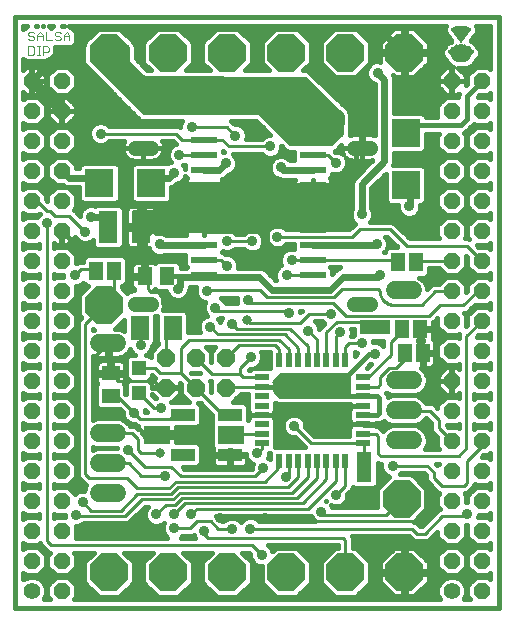
<source format=gtl>
G75*
%MOIN*%
%OFA0B0*%
%FSLAX24Y24*%
%IPPOS*%
%LPD*%
%AMOC8*
5,1,8,0,0,1.08239X$1,22.5*
%
%ADD10C,0.0160*%
%ADD11C,0.0040*%
%ADD12R,0.0500X0.0220*%
%ADD13R,0.0220X0.0500*%
%ADD14OC8,0.0600*%
%ADD15OC8,0.1250*%
%ADD16R,0.0472X0.0472*%
%ADD17R,0.0630X0.0787*%
%ADD18C,0.0560*%
%ADD19OC8,0.0560*%
%ADD20R,0.1000X0.0500*%
%ADD21R,0.0500X0.1000*%
%ADD22R,0.0866X0.0236*%
%ADD23R,0.0512X0.0591*%
%ADD24R,0.0630X0.1063*%
%ADD25R,0.0460X0.0630*%
%ADD26R,0.0787X0.0433*%
%ADD27R,0.0591X0.0512*%
%ADD28C,0.0515*%
%ADD29R,0.0945X0.0945*%
%ADD30C,0.0600*%
%ADD31R,0.0312X0.0004*%
%ADD32R,0.0344X0.0004*%
%ADD33R,0.0368X0.0004*%
%ADD34R,0.0392X0.0004*%
%ADD35R,0.0408X0.0004*%
%ADD36R,0.0424X0.0004*%
%ADD37R,0.0432X0.0004*%
%ADD38R,0.0448X0.0004*%
%ADD39R,0.0456X0.0004*%
%ADD40R,0.0472X0.0004*%
%ADD41R,0.0480X0.0004*%
%ADD42R,0.0488X0.0004*%
%ADD43R,0.0496X0.0004*%
%ADD44R,0.0504X0.0004*%
%ADD45R,0.0512X0.0004*%
%ADD46R,0.0520X0.0004*%
%ADD47R,0.0528X0.0004*%
%ADD48R,0.0536X0.0004*%
%ADD49R,0.0536X0.0004*%
%ADD50R,0.0544X0.0004*%
%ADD51R,0.0552X0.0004*%
%ADD52R,0.0560X0.0004*%
%ADD53R,0.0560X0.0004*%
%ADD54R,0.0568X0.0004*%
%ADD55R,0.0576X0.0004*%
%ADD56R,0.0584X0.0004*%
%ADD57R,0.0592X0.0004*%
%ADD58R,0.0592X0.0004*%
%ADD59R,0.0600X0.0004*%
%ADD60R,0.0608X0.0004*%
%ADD61R,0.0608X0.0004*%
%ADD62R,0.0616X0.0004*%
%ADD63R,0.0624X0.0004*%
%ADD64R,0.0632X0.0004*%
%ADD65R,0.0632X0.0004*%
%ADD66R,0.0640X0.0004*%
%ADD67R,0.0648X0.0004*%
%ADD68R,0.0648X0.0004*%
%ADD69R,0.0656X0.0004*%
%ADD70R,0.0664X0.0004*%
%ADD71R,0.0664X0.0004*%
%ADD72R,0.0672X0.0004*%
%ADD73R,0.0680X0.0004*%
%ADD74R,0.0680X0.0004*%
%ADD75R,0.0688X0.0004*%
%ADD76R,0.0696X0.0004*%
%ADD77R,0.0700X0.0004*%
%ADD78R,0.0708X0.0004*%
%ADD79R,0.0716X0.0004*%
%ADD80R,0.0720X0.0004*%
%ADD81R,0.0720X0.0004*%
%ADD82R,0.0724X0.0004*%
%ADD83R,0.0808X0.0004*%
%ADD84R,0.0824X0.0004*%
%ADD85R,0.0832X0.0004*%
%ADD86R,0.0840X0.0004*%
%ADD87R,0.0848X0.0004*%
%ADD88R,0.0856X0.0004*%
%ADD89R,0.0860X0.0004*%
%ADD90R,0.0864X0.0004*%
%ADD91R,0.0864X0.0004*%
%ADD92R,0.0868X0.0004*%
%ADD93R,0.0872X0.0004*%
%ADD94R,0.0872X0.0004*%
%ADD95R,0.0860X0.0004*%
%ADD96R,0.0832X0.0004*%
%ADD97R,0.0824X0.0004*%
%ADD98R,0.0708X0.0004*%
%ADD99R,0.0712X0.0004*%
%ADD100R,0.0712X0.0004*%
%ADD101R,0.0700X0.0004*%
%ADD102R,0.0696X0.0004*%
%ADD103R,0.0692X0.0004*%
%ADD104R,0.0668X0.0004*%
%ADD105R,0.0660X0.0004*%
%ADD106R,0.0452X0.0004*%
%ADD107R,0.0188X0.0004*%
%ADD108R,0.0448X0.0004*%
%ADD109R,0.0440X0.0004*%
%ADD110R,0.0184X0.0004*%
%ADD111R,0.0432X0.0004*%
%ADD112R,0.0184X0.0004*%
%ADD113R,0.0424X0.0004*%
%ADD114R,0.0412X0.0004*%
%ADD115R,0.0128X0.0004*%
%ADD116R,0.0044X0.0004*%
%ADD117R,0.0400X0.0004*%
%ADD118R,0.0008X0.0004*%
%ADD119R,0.0388X0.0004*%
%ADD120R,0.0132X0.0004*%
%ADD121R,0.0360X0.0004*%
%ADD122R,0.0136X0.0004*%
%ADD123R,0.0340X0.0004*%
%ADD124R,0.0140X0.0004*%
%ADD125R,0.0328X0.0004*%
%ADD126R,0.0144X0.0004*%
%ADD127R,0.0324X0.0004*%
%ADD128R,0.0148X0.0004*%
%ADD129R,0.0320X0.0004*%
%ADD130R,0.0156X0.0004*%
%ADD131R,0.0316X0.0004*%
%ADD132R,0.0176X0.0004*%
%ADD133R,0.0080X0.0004*%
%ADD134R,0.0052X0.0004*%
%ADD135R,0.0380X0.0004*%
%ADD136R,0.0372X0.0004*%
%ADD137R,0.0356X0.0004*%
%ADD138R,0.0004X0.0004*%
%ADD139R,0.0308X0.0004*%
%ADD140R,0.0060X0.0004*%
%ADD141R,0.0240X0.0004*%
%ADD142R,0.0232X0.0004*%
%ADD143R,0.0044X0.0004*%
%ADD144R,0.0164X0.0004*%
%ADD145R,0.0056X0.0004*%
%ADD146R,0.0036X0.0004*%
%ADD147R,0.0156X0.0004*%
%ADD148R,0.0048X0.0004*%
%ADD149R,0.0024X0.0004*%
%ADD150R,0.0036X0.0004*%
%ADD151R,0.0016X0.0004*%
%ADD152R,0.0028X0.0004*%
%ADD153R,0.0012X0.0004*%
%ADD154R,0.0124X0.0004*%
%ADD155R,0.0108X0.0004*%
%ADD156R,0.0008X0.0004*%
%ADD157R,0.0092X0.0004*%
%ADD158R,0.0068X0.0004*%
%ADD159R,0.0008X0.0004*%
%ADD160R,0.0016X0.0004*%
%ADD161R,0.0024X0.0004*%
%ADD162R,0.0032X0.0004*%
%ADD163R,0.0032X0.0004*%
%ADD164R,0.0040X0.0004*%
%ADD165R,0.0056X0.0004*%
%ADD166R,0.0064X0.0004*%
%ADD167R,0.0072X0.0004*%
%ADD168R,0.0088X0.0004*%
%ADD169R,0.0096X0.0004*%
%ADD170R,0.0104X0.0004*%
%ADD171R,0.0112X0.0004*%
%ADD172R,0.0120X0.0004*%
%ADD173R,0.0124X0.0004*%
%ADD174R,0.0128X0.0004*%
%ADD175R,0.0144X0.0004*%
%ADD176R,0.0152X0.0004*%
%ADD177R,0.0152X0.0004*%
%ADD178R,0.0160X0.0004*%
%ADD179R,0.0168X0.0004*%
%ADD180R,0.0176X0.0004*%
%ADD181R,0.0184X0.0004*%
%ADD182R,0.0192X0.0004*%
%ADD183R,0.0200X0.0004*%
%ADD184R,0.0208X0.0004*%
%ADD185R,0.0216X0.0004*%
%ADD186R,0.0216X0.0004*%
%ADD187R,0.0224X0.0004*%
%ADD188R,0.0232X0.0004*%
%ADD189R,0.0240X0.0004*%
%ADD190R,0.0248X0.0004*%
%ADD191R,0.0256X0.0004*%
%ADD192R,0.0264X0.0004*%
%ADD193R,0.0272X0.0004*%
%ADD194R,0.0280X0.0004*%
%ADD195R,0.0288X0.0004*%
%ADD196R,0.0296X0.0004*%
%ADD197R,0.0304X0.0004*%
%ADD198R,0.0320X0.0004*%
%ADD199R,0.0328X0.0004*%
%ADD200R,0.0336X0.0004*%
%ADD201R,0.0336X0.0004*%
%ADD202R,0.0200X0.0004*%
%ADD203R,0.0128X0.0004*%
%ADD204R,0.0204X0.0004*%
%ADD205R,0.0216X0.0004*%
%ADD206R,0.0228X0.0004*%
%ADD207R,0.0416X0.0004*%
%ADD208R,0.0424X0.0004*%
%ADD209R,0.0428X0.0004*%
%ADD210R,0.0304X0.0004*%
%ADD211R,0.0180X0.0004*%
%ADD212R,0.0112X0.0004*%
%ADD213R,0.0176X0.0004*%
%ADD214R,0.0112X0.0004*%
%ADD215R,0.0132X0.0004*%
%ADD216R,0.0116X0.0004*%
%ADD217R,0.0332X0.0004*%
%ADD218R,0.0336X0.0004*%
%ADD219R,0.0480X0.0004*%
%ADD220R,0.0496X0.0004*%
%ADD221R,0.0512X0.0004*%
%ADD222R,0.0544X0.0004*%
%ADD223R,0.0208X0.0004*%
%ADD224R,0.0356X0.0004*%
%ADD225R,0.0208X0.0004*%
%ADD226R,0.0364X0.0004*%
%ADD227R,0.0212X0.0004*%
%ADD228R,0.0368X0.0004*%
%ADD229R,0.0220X0.0004*%
%ADD230R,0.0600X0.0004*%
%ADD231R,0.0356X0.0004*%
%ADD232R,0.0228X0.0004*%
%ADD233R,0.0236X0.0004*%
%ADD234R,0.0360X0.0004*%
%ADD235R,0.0368X0.0004*%
%ADD236R,0.0244X0.0004*%
%ADD237R,0.0252X0.0004*%
%ADD238R,0.0376X0.0004*%
%ADD239R,0.0672X0.0004*%
%ADD240R,0.0624X0.0004*%
%ADD241R,0.0596X0.0004*%
%ADD242R,0.0552X0.0004*%
%ADD243R,0.0456X0.0004*%
%ADD244R,0.0384X0.0004*%
%ADD245R,0.0352X0.0004*%
%ADD246R,0.0188X0.0004*%
%ADD247R,0.0108X0.0004*%
%ADD248R,0.0906X0.0630*%
%ADD249C,0.0356*%
%ADD250C,0.0100*%
%ADD251C,0.0240*%
%ADD252C,0.0320*%
%ADD253C,0.0120*%
%ADD254C,0.0317*%
D10*
X001046Y000180D02*
X017188Y000180D01*
X017188Y019865D01*
X001046Y019865D01*
X001046Y000180D01*
X001326Y001123D02*
X001326Y001347D01*
X001418Y001255D01*
X001815Y001255D01*
X002097Y001536D01*
X002097Y001934D01*
X001815Y002215D01*
X001418Y002215D01*
X001326Y002123D01*
X001326Y002347D01*
X001418Y002255D01*
X001815Y002255D01*
X001884Y002324D01*
X001909Y002263D01*
X002044Y002128D01*
X002114Y002058D01*
X002206Y002020D01*
X002223Y002020D01*
X002137Y001934D01*
X002137Y001536D01*
X002418Y001255D01*
X002815Y001255D01*
X003097Y001536D01*
X003097Y001934D01*
X003011Y002020D01*
X003688Y002020D01*
X003370Y001703D01*
X003370Y001019D01*
X003854Y000536D01*
X004537Y000536D01*
X005020Y001019D01*
X005020Y001703D01*
X004703Y002020D01*
X005656Y002020D01*
X005339Y001703D01*
X005339Y001019D01*
X005822Y000536D01*
X006506Y000536D01*
X006989Y001019D01*
X006989Y001703D01*
X006672Y002020D01*
X007625Y002020D01*
X007307Y001703D01*
X007307Y001019D01*
X007791Y000536D01*
X008474Y000536D01*
X008957Y001019D01*
X008957Y001703D01*
X008640Y002020D01*
X008852Y002020D01*
X008908Y001965D01*
X008908Y001865D01*
X008965Y001726D01*
X009072Y001619D01*
X009211Y001562D01*
X009276Y001562D01*
X009276Y001019D01*
X009759Y000536D01*
X010443Y000536D01*
X010926Y001019D01*
X010926Y001703D01*
X010443Y002186D01*
X009759Y002186D01*
X009642Y002069D01*
X009606Y002154D01*
X009500Y002261D01*
X009489Y002265D01*
X011821Y002265D01*
X011821Y002186D01*
X011728Y002186D01*
X011244Y001703D01*
X011244Y001019D01*
X011728Y000536D01*
X012411Y000536D01*
X012894Y001019D01*
X012894Y001703D01*
X012411Y002186D01*
X012321Y002186D01*
X012321Y002475D01*
X012285Y002561D01*
X014186Y002561D01*
X014319Y002428D01*
X014411Y002390D01*
X014764Y002390D01*
X014856Y002428D01*
X015137Y002709D01*
X015137Y002536D01*
X015418Y002255D01*
X015815Y002255D01*
X016097Y002536D01*
X016097Y002932D01*
X016137Y002932D01*
X016137Y002536D01*
X016418Y002255D01*
X016815Y002255D01*
X016908Y002347D01*
X016908Y002123D01*
X016815Y002215D01*
X016418Y002215D01*
X016137Y001934D01*
X016137Y001536D01*
X016418Y001255D01*
X016815Y001255D01*
X016908Y001347D01*
X016908Y001123D01*
X016815Y001215D01*
X016418Y001215D01*
X016137Y000934D01*
X016137Y000536D01*
X016213Y000460D01*
X016020Y000460D01*
X016024Y000463D01*
X016097Y000640D01*
X016097Y000831D01*
X016024Y001007D01*
X015889Y001142D01*
X015712Y001215D01*
X015521Y001215D01*
X015345Y001142D01*
X015210Y001007D01*
X015137Y000831D01*
X015137Y000640D01*
X015210Y000463D01*
X015213Y000460D01*
X003020Y000460D01*
X003097Y000536D01*
X003097Y000934D01*
X002815Y001215D01*
X002418Y001215D01*
X002137Y000934D01*
X002137Y000536D01*
X002213Y000460D01*
X002020Y000460D01*
X002024Y000463D01*
X002097Y000640D01*
X002097Y000831D01*
X002024Y001007D01*
X001889Y001142D01*
X001712Y001215D01*
X001521Y001215D01*
X001345Y001142D01*
X001326Y001123D01*
X001326Y001131D02*
X001334Y001131D01*
X001326Y001290D02*
X001383Y001290D01*
X001850Y001290D02*
X002383Y001290D01*
X002334Y001131D02*
X001900Y001131D01*
X002038Y000973D02*
X002175Y000973D01*
X002137Y000814D02*
X002097Y000814D01*
X002097Y000656D02*
X002137Y000656D01*
X002176Y000497D02*
X002038Y000497D01*
X002900Y001131D02*
X003370Y001131D01*
X003370Y001290D02*
X002850Y001290D01*
X003008Y001448D02*
X003370Y001448D01*
X003370Y001607D02*
X003097Y001607D01*
X003097Y001765D02*
X003433Y001765D01*
X003591Y001924D02*
X003097Y001924D01*
X003080Y002520D02*
X003097Y002536D01*
X003097Y002897D01*
X003168Y002897D01*
X003307Y002955D01*
X003342Y002990D01*
X004776Y002990D01*
X004867Y003028D01*
X005384Y003545D01*
X005485Y003545D01*
X005442Y003502D01*
X005384Y003363D01*
X005384Y003213D01*
X005442Y003074D01*
X005548Y002967D01*
X005687Y002910D01*
X005838Y002910D01*
X005977Y002967D01*
X006028Y003019D01*
X005983Y002910D01*
X005983Y002760D01*
X006040Y002621D01*
X006141Y002520D01*
X003080Y002520D01*
X003097Y002558D02*
X006104Y002558D01*
X006001Y002716D02*
X003097Y002716D01*
X003097Y002875D02*
X005983Y002875D01*
X005483Y003033D02*
X004872Y003033D01*
X005031Y003192D02*
X005393Y003192D01*
X005384Y003350D02*
X005189Y003350D01*
X005348Y003509D02*
X005448Y003509D01*
X006581Y002520D02*
X006646Y002585D01*
X006956Y002585D01*
X007010Y002608D01*
X007040Y002536D01*
X007056Y002520D01*
X006581Y002520D01*
X006618Y002558D02*
X007031Y002558D01*
X006768Y001924D02*
X007528Y001924D01*
X007370Y001765D02*
X006927Y001765D01*
X006989Y001607D02*
X007307Y001607D01*
X007307Y001448D02*
X006989Y001448D01*
X006989Y001290D02*
X007307Y001290D01*
X007307Y001131D02*
X006989Y001131D01*
X006942Y000973D02*
X007354Y000973D01*
X007513Y000814D02*
X006784Y000814D01*
X006625Y000656D02*
X007671Y000656D01*
X008594Y000656D02*
X009640Y000656D01*
X009481Y000814D02*
X008752Y000814D01*
X008911Y000973D02*
X009323Y000973D01*
X009276Y001131D02*
X008957Y001131D01*
X008957Y001290D02*
X009276Y001290D01*
X009276Y001448D02*
X008957Y001448D01*
X008957Y001607D02*
X009103Y001607D01*
X008949Y001765D02*
X008895Y001765D01*
X008908Y001924D02*
X008737Y001924D01*
X009520Y002241D02*
X011821Y002241D01*
X011624Y002082D02*
X010547Y002082D01*
X010705Y001924D02*
X011465Y001924D01*
X011307Y001765D02*
X010864Y001765D01*
X010926Y001607D02*
X011244Y001607D01*
X011244Y001448D02*
X010926Y001448D01*
X010926Y001290D02*
X011244Y001290D01*
X011244Y001131D02*
X010926Y001131D01*
X010879Y000973D02*
X011291Y000973D01*
X011450Y000814D02*
X010721Y000814D01*
X010562Y000656D02*
X011608Y000656D01*
X012531Y000656D02*
X013605Y000656D01*
X013704Y000556D02*
X013988Y000556D01*
X013988Y001311D01*
X014088Y001311D01*
X014088Y000556D01*
X014371Y000556D01*
X014843Y001028D01*
X014843Y001311D01*
X014088Y001311D01*
X014088Y001411D01*
X014843Y001411D01*
X014843Y001695D01*
X014371Y002166D01*
X014088Y002166D01*
X014088Y001411D01*
X013988Y001411D01*
X013988Y001311D01*
X013233Y001311D01*
X013233Y001028D01*
X013704Y000556D01*
X013988Y000656D02*
X014088Y000656D01*
X014088Y000814D02*
X013988Y000814D01*
X013988Y000973D02*
X014088Y000973D01*
X014088Y001131D02*
X013988Y001131D01*
X013988Y001290D02*
X014088Y001290D01*
X013988Y001411D02*
X013233Y001411D01*
X013233Y001695D01*
X013704Y002166D01*
X013988Y002166D01*
X013988Y001411D01*
X013988Y001448D02*
X014088Y001448D01*
X014088Y001607D02*
X013988Y001607D01*
X013988Y001765D02*
X014088Y001765D01*
X014088Y001924D02*
X013988Y001924D01*
X013988Y002082D02*
X014088Y002082D01*
X014389Y002399D02*
X012321Y002399D01*
X012321Y002241D02*
X016908Y002241D01*
X016285Y002082D02*
X015949Y002082D01*
X015815Y002215D02*
X015418Y002215D01*
X015137Y001934D01*
X015137Y001536D01*
X015418Y001255D01*
X015815Y001255D01*
X016097Y001536D01*
X016097Y001934D01*
X015815Y002215D01*
X015959Y002399D02*
X016274Y002399D01*
X016137Y002558D02*
X016097Y002558D01*
X016097Y002716D02*
X016137Y002716D01*
X016137Y002875D02*
X016097Y002875D01*
X016506Y003215D02*
X016514Y003235D01*
X016514Y003255D01*
X016815Y003255D01*
X016908Y003347D01*
X016908Y003123D01*
X016815Y003215D01*
X016506Y003215D01*
X016839Y003192D02*
X016908Y003192D01*
X016137Y003688D02*
X016137Y003934D01*
X016418Y004215D01*
X016815Y004215D01*
X016908Y004123D01*
X016908Y004347D01*
X016815Y004255D01*
X016418Y004255D01*
X016375Y004298D01*
X016375Y004292D01*
X016336Y004200D01*
X016164Y004027D01*
X016072Y003989D01*
X016042Y003989D01*
X016097Y003934D01*
X016097Y003688D01*
X016137Y003688D01*
X016137Y003826D02*
X016097Y003826D01*
X016047Y003984D02*
X016187Y003984D01*
X016279Y004143D02*
X016345Y004143D01*
X016861Y004301D02*
X016908Y004301D01*
X016908Y004143D02*
X016888Y004143D01*
X016908Y005123D02*
X016815Y005215D01*
X016631Y005215D01*
X016671Y005255D01*
X016815Y005255D01*
X016908Y005347D01*
X016908Y005123D01*
X016908Y005252D02*
X016668Y005252D01*
X016617Y005554D02*
X016617Y005735D01*
X016908Y006123D02*
X016815Y006215D01*
X016418Y006215D01*
X016356Y006153D01*
X016356Y006317D01*
X016418Y006255D01*
X016815Y006255D01*
X016908Y006347D01*
X016908Y006123D01*
X016908Y006203D02*
X016828Y006203D01*
X016406Y006203D02*
X016356Y006203D01*
X015856Y006203D02*
X015828Y006203D01*
X015815Y006215D02*
X015489Y006215D01*
X015449Y006255D01*
X015815Y006255D01*
X015856Y006295D01*
X015856Y006175D01*
X015815Y006215D01*
X015137Y005536D02*
X015193Y005480D01*
X014738Y005480D01*
X014811Y005656D01*
X014811Y005854D01*
X014735Y006038D01*
X014594Y006179D01*
X014410Y006255D01*
X014594Y006331D01*
X014735Y006472D01*
X014744Y006495D01*
X014772Y006495D01*
X014931Y006336D01*
X014931Y006120D01*
X014969Y006028D01*
X015137Y005861D01*
X015137Y005536D01*
X015137Y005569D02*
X014775Y005569D01*
X014811Y005728D02*
X015137Y005728D01*
X015111Y005886D02*
X014798Y005886D01*
X014728Y006045D02*
X014962Y006045D01*
X014931Y006203D02*
X014536Y006203D01*
X014410Y006255D02*
X013611Y006255D01*
X013428Y006331D01*
X013343Y006416D01*
X013295Y006368D01*
X013192Y006325D01*
X013087Y006325D01*
X013087Y006290D01*
X012657Y006290D01*
X012227Y006290D01*
X012227Y006188D01*
X012207Y006168D01*
X012207Y005910D01*
X011039Y005910D01*
X010734Y006215D01*
X010734Y006315D01*
X010676Y006454D01*
X010570Y006561D01*
X010431Y006618D01*
X010281Y006618D01*
X010142Y006561D01*
X010035Y006454D01*
X009978Y006315D01*
X009978Y006165D01*
X010035Y006026D01*
X010142Y005919D01*
X010281Y005862D01*
X010380Y005862D01*
X010720Y005523D01*
X009727Y005523D01*
X009727Y006483D01*
X009707Y006503D01*
X009707Y006605D01*
X009277Y006605D01*
X008847Y006605D01*
X008847Y006503D01*
X008827Y006483D01*
X008827Y006434D01*
X008817Y006445D01*
X008817Y006909D01*
X008700Y007026D01*
X008311Y007026D01*
X008585Y007300D01*
X008827Y007300D01*
X008827Y007113D01*
X008827Y006727D01*
X008847Y006707D01*
X008847Y006605D01*
X009277Y006605D01*
X009277Y006605D01*
X009277Y006605D01*
X011231Y006605D01*
X011261Y006575D01*
X011323Y006638D01*
X011606Y006920D01*
X012657Y006920D01*
X012227Y006920D01*
X012227Y006818D01*
X012207Y006798D01*
X012207Y006412D01*
X012227Y006392D01*
X012227Y006290D01*
X012657Y006290D01*
X012657Y006290D01*
X012657Y006290D01*
X012692Y006255D01*
X014750Y006255D01*
X014798Y006208D01*
X014906Y006362D02*
X014624Y006362D01*
X014410Y006255D02*
X013611Y006255D01*
X013428Y006179D01*
X013329Y006080D01*
X013292Y006117D01*
X013222Y006187D01*
X013130Y006225D01*
X013087Y006225D01*
X013087Y006290D01*
X012657Y006290D01*
X011546Y006290D01*
X011261Y006575D01*
X010905Y006045D02*
X012207Y006045D01*
X012227Y006203D02*
X010746Y006203D01*
X010715Y006362D02*
X012227Y006362D01*
X012207Y006520D02*
X010611Y006520D01*
X010101Y006520D02*
X009707Y006520D01*
X009707Y006605D02*
X009707Y006707D01*
X009727Y006727D01*
X009727Y007010D01*
X009739Y006998D01*
X009831Y006960D01*
X012002Y006960D01*
X012014Y006955D01*
X012227Y006955D01*
X012227Y006920D01*
X012657Y006920D01*
X012657Y006920D01*
X012641Y006904D01*
X012657Y006605D02*
X013136Y006605D01*
X013206Y006675D01*
X013206Y007165D01*
X013131Y007240D01*
X012662Y007240D01*
X012657Y007235D01*
X012069Y007235D01*
X011754Y007550D01*
X012857Y008652D01*
X013058Y008652D01*
X013331Y008914D02*
X013272Y008973D01*
X013133Y009031D01*
X013004Y009031D01*
X013004Y009075D01*
X013001Y009083D01*
X013334Y009083D01*
X013331Y009075D01*
X013331Y008914D01*
X013331Y009056D02*
X013004Y009056D01*
X012466Y008657D02*
X012379Y008571D01*
X012379Y008712D01*
X012412Y008679D01*
X012466Y008657D01*
X012389Y008581D02*
X012379Y008581D01*
X012775Y008175D02*
X012792Y008175D01*
X012918Y008301D01*
X012906Y008306D01*
X012775Y008175D01*
X012864Y008264D02*
X012881Y008264D01*
X013441Y007325D02*
X013611Y007255D01*
X014410Y007255D01*
X014594Y007331D01*
X014735Y007472D01*
X014811Y007656D01*
X014811Y007854D01*
X014735Y008038D01*
X014598Y008175D01*
X014611Y008175D01*
X014611Y008635D01*
X014681Y008635D01*
X014681Y008705D01*
X015056Y008705D01*
X015056Y009009D01*
X015044Y009054D01*
X015020Y009096D01*
X014986Y009129D01*
X014981Y009132D01*
X014981Y009435D01*
X014606Y009435D01*
X014606Y009505D01*
X014981Y009505D01*
X014981Y009690D01*
X015137Y009690D01*
X015083Y009773D02*
X015137Y009827D01*
X015137Y009536D01*
X015418Y009255D01*
X015815Y009255D01*
X015871Y009311D01*
X015856Y009274D01*
X015856Y009175D01*
X015815Y009215D01*
X015418Y009215D01*
X015137Y008934D01*
X015137Y008536D01*
X015418Y008255D01*
X015815Y008255D01*
X015856Y008295D01*
X015856Y008147D01*
X015807Y008195D01*
X015627Y008195D01*
X015627Y007745D01*
X015607Y007745D01*
X015607Y008195D01*
X015426Y008195D01*
X015157Y007926D01*
X015157Y007745D01*
X015607Y007745D01*
X015607Y007725D01*
X015627Y007725D01*
X015627Y007275D01*
X015807Y007275D01*
X015856Y007324D01*
X015856Y007175D01*
X015815Y007215D01*
X015418Y007215D01*
X015137Y006934D01*
X015137Y006838D01*
X015088Y006887D01*
X015017Y006957D01*
X014926Y006995D01*
X014753Y006995D01*
X014735Y007038D01*
X014594Y007179D01*
X014410Y007255D01*
X013611Y007255D01*
X013486Y007203D01*
X013486Y007221D01*
X013443Y007324D01*
X013441Y007325D01*
X013448Y007313D02*
X013473Y007313D01*
X013397Y006362D02*
X013279Y006362D01*
X013184Y006203D02*
X013486Y006203D01*
X012657Y006290D02*
X011979Y006290D01*
X012207Y006679D02*
X009707Y006679D01*
X009707Y006605D02*
X009277Y006605D01*
X008847Y006679D02*
X008817Y006679D01*
X008817Y006837D02*
X008827Y006837D01*
X008827Y006996D02*
X008730Y006996D01*
X008827Y007154D02*
X008440Y007154D01*
X008585Y007300D02*
X008585Y007300D01*
X009277Y007550D02*
X011754Y007550D01*
X012227Y006837D02*
X009727Y006837D01*
X009727Y006996D02*
X009745Y006996D01*
X009727Y006362D02*
X009997Y006362D01*
X009978Y006203D02*
X009727Y006203D01*
X009727Y006045D02*
X010028Y006045D01*
X010222Y005886D02*
X009727Y005886D01*
X009727Y005728D02*
X010515Y005728D01*
X010673Y005569D02*
X009727Y005569D01*
X009555Y005350D02*
X009512Y005350D01*
X009512Y005248D01*
X009481Y005172D01*
X009545Y005146D01*
X009555Y005136D01*
X009555Y005350D01*
X009555Y005252D02*
X009512Y005252D01*
X008984Y004977D02*
X008953Y004900D01*
X008953Y004805D01*
X006704Y004805D01*
X006655Y004854D01*
X007125Y004854D01*
X007242Y004971D01*
X007242Y005570D01*
X007125Y005687D01*
X006418Y005687D01*
X006418Y005868D01*
X005863Y005868D01*
X005863Y006022D01*
X006418Y006022D01*
X006418Y006193D01*
X007125Y006193D01*
X007242Y006310D01*
X007242Y006909D01*
X007144Y007007D01*
X007232Y007007D01*
X007630Y006609D01*
X007630Y006359D01*
X007613Y006343D01*
X007613Y005547D01*
X007650Y005511D01*
X007650Y005299D01*
X008195Y005299D01*
X008195Y005430D01*
X008251Y005430D01*
X008251Y005299D01*
X008195Y005299D01*
X008195Y005242D01*
X008251Y005242D01*
X008251Y004874D01*
X008641Y004874D01*
X008686Y004886D01*
X008727Y004910D01*
X008761Y004944D01*
X008785Y004985D01*
X008797Y005030D01*
X008797Y005150D01*
X008814Y005110D01*
X008920Y005003D01*
X008984Y004977D01*
X008967Y004935D02*
X008752Y004935D01*
X008797Y005094D02*
X008830Y005094D01*
X008759Y005242D02*
X008251Y005242D01*
X008251Y005299D01*
X008756Y005299D01*
X008756Y005248D01*
X008759Y005242D01*
X008756Y005252D02*
X008251Y005252D01*
X008195Y005252D02*
X007242Y005252D01*
X007242Y005094D02*
X007650Y005094D01*
X007650Y005030D02*
X007662Y004985D01*
X007685Y004944D01*
X007719Y004910D01*
X007760Y004886D01*
X007806Y004874D01*
X008195Y004874D01*
X008195Y005242D01*
X007650Y005242D01*
X007650Y005030D01*
X007694Y004935D02*
X007206Y004935D01*
X007242Y005411D02*
X007650Y005411D01*
X007613Y005569D02*
X007242Y005569D01*
X007613Y005728D02*
X006418Y005728D01*
X006418Y006045D02*
X007613Y006045D01*
X007613Y006203D02*
X007135Y006203D01*
X007242Y006362D02*
X007630Y006362D01*
X007630Y006520D02*
X007242Y006520D01*
X007242Y006679D02*
X007560Y006679D01*
X007401Y006837D02*
X007242Y006837D01*
X007243Y006996D02*
X007155Y006996D01*
X006859Y007026D02*
X006259Y007026D01*
X006259Y007027D01*
X006284Y007027D01*
X006565Y007308D01*
X006565Y007487D01*
X006105Y007487D01*
X006105Y007527D01*
X006565Y007527D01*
X006565Y007673D01*
X006585Y007653D01*
X006585Y007300D01*
X006859Y007026D01*
X006731Y007154D02*
X006411Y007154D01*
X006565Y007313D02*
X006585Y007313D01*
X006585Y007471D02*
X006565Y007471D01*
X006565Y007630D02*
X006585Y007630D01*
X006939Y008007D02*
X007232Y008007D01*
X006939Y008007D01*
X006939Y008007D01*
X007232Y008007D02*
X007232Y008007D01*
X007569Y007730D02*
X007601Y007730D01*
X007585Y007714D01*
X007569Y007730D01*
X007585Y007714D02*
X007585Y007360D01*
X007585Y007360D01*
X007585Y007714D01*
X007585Y007630D02*
X007585Y007630D01*
X007585Y007471D02*
X007585Y007471D01*
X007585Y008360D02*
X007585Y008360D01*
X007585Y008714D01*
X007429Y008870D01*
X007741Y008870D01*
X007585Y008714D01*
X007585Y008360D01*
X007585Y008422D02*
X007585Y008422D01*
X007585Y008581D02*
X007585Y008581D01*
X007560Y008739D02*
X007610Y008739D01*
X007224Y009370D02*
X006838Y009370D01*
X006838Y009974D01*
X006721Y010091D01*
X005984Y010091D01*
X006041Y010229D01*
X006041Y010411D01*
X005971Y010579D01*
X005842Y010708D01*
X005698Y010768D01*
X005702Y010769D01*
X005735Y010788D01*
X005786Y010736D01*
X006108Y010736D01*
X006108Y010735D01*
X006165Y010596D01*
X006272Y010489D01*
X006411Y010432D01*
X006561Y010432D01*
X006700Y010489D01*
X006806Y010596D01*
X006864Y010735D01*
X006864Y010774D01*
X006886Y010826D01*
X006886Y010870D01*
X007107Y010870D01*
X007083Y010810D01*
X007083Y010660D01*
X007140Y010521D01*
X007247Y010414D01*
X007386Y010357D01*
X007399Y010357D01*
X007353Y010245D01*
X007353Y010095D01*
X007410Y009956D01*
X007451Y009915D01*
X007345Y009871D01*
X007238Y009764D01*
X007181Y009625D01*
X007181Y009475D01*
X007224Y009370D01*
X007223Y009373D02*
X006838Y009373D01*
X006838Y009532D02*
X007181Y009532D01*
X007208Y009690D02*
X006838Y009690D01*
X006838Y009849D02*
X007323Y009849D01*
X007389Y010007D02*
X006806Y010007D01*
X006683Y010483D02*
X007179Y010483D01*
X007090Y010641D02*
X006825Y010641D01*
X006875Y010800D02*
X007083Y010800D01*
X007385Y010324D02*
X006041Y010324D01*
X006014Y010166D02*
X007353Y010166D01*
X007838Y009805D02*
X007886Y009825D01*
X007948Y009825D01*
X007904Y009719D01*
X007904Y009705D01*
X007880Y009764D01*
X007838Y009805D01*
X008076Y010325D02*
X008051Y010384D01*
X007945Y010491D01*
X007910Y010505D01*
X008453Y010505D01*
X008453Y010360D01*
X008467Y010325D01*
X008076Y010325D01*
X007953Y010483D02*
X008453Y010483D01*
X008494Y011510D02*
X008494Y011660D01*
X008436Y011799D01*
X008330Y011906D01*
X008191Y011963D01*
X008091Y011963D01*
X008069Y011985D01*
X007977Y012023D01*
X007948Y012023D01*
X007948Y012023D01*
X007988Y012064D01*
X008041Y012042D01*
X008191Y012042D01*
X008330Y012099D01*
X008381Y012150D01*
X008676Y012150D01*
X008747Y012079D01*
X008886Y012022D01*
X009036Y012022D01*
X009175Y012079D01*
X009281Y012186D01*
X009339Y012325D01*
X009339Y012475D01*
X009281Y012614D01*
X009175Y012721D01*
X009036Y012778D01*
X008886Y012778D01*
X008747Y012721D01*
X008676Y012650D01*
X008421Y012650D01*
X008330Y012741D01*
X008191Y012798D01*
X008041Y012798D01*
X007977Y012772D01*
X007977Y012773D01*
X007364Y012773D01*
X007364Y012593D01*
X007364Y012593D01*
X007364Y012773D01*
X007364Y012773D01*
X006751Y012773D01*
X006751Y012631D01*
X006761Y012593D01*
X006112Y012593D01*
X006090Y012616D01*
X005951Y012673D01*
X005801Y012673D01*
X005760Y012656D01*
X005760Y012789D01*
X005343Y012789D01*
X005343Y012944D01*
X005188Y012944D01*
X005188Y013578D01*
X004927Y013578D01*
X004881Y013565D01*
X004840Y013542D01*
X004806Y013508D01*
X004783Y013467D01*
X004770Y013421D01*
X004770Y012944D01*
X005188Y012944D01*
X005188Y012789D01*
X004770Y012789D01*
X004770Y012311D01*
X004783Y012265D01*
X004806Y012224D01*
X004840Y012191D01*
X004881Y012167D01*
X004927Y012155D01*
X005188Y012155D01*
X005188Y012789D01*
X005343Y012789D01*
X005343Y012155D01*
X005525Y012155D01*
X005555Y012081D01*
X005662Y011974D01*
X005801Y011917D01*
X005951Y011917D01*
X006039Y011953D01*
X006731Y011953D01*
X006731Y011572D01*
X006780Y011523D01*
X006768Y011512D01*
X006581Y011512D01*
X006581Y011610D01*
X006463Y011727D01*
X005786Y011727D01*
X005735Y011676D01*
X005702Y011695D01*
X005656Y011707D01*
X005425Y011707D01*
X005425Y011280D01*
X005329Y011280D01*
X005329Y011707D01*
X005097Y011707D01*
X005051Y011695D01*
X005010Y011671D01*
X004977Y011638D01*
X004953Y011596D01*
X004941Y011551D01*
X004941Y011280D01*
X005329Y011280D01*
X005329Y011184D01*
X004941Y011184D01*
X004941Y010913D01*
X004953Y010867D01*
X004977Y010826D01*
X005010Y010792D01*
X005036Y010777D01*
X004977Y010777D01*
X004809Y010708D01*
X004784Y010683D01*
X004611Y010856D01*
X004611Y010895D01*
X004674Y010895D01*
X004791Y011012D01*
X004791Y011808D01*
X004674Y011925D01*
X003448Y011925D01*
X003331Y011808D01*
X003331Y011715D01*
X003201Y011715D01*
X003109Y011677D01*
X003097Y011664D01*
X003097Y011934D01*
X002815Y012215D01*
X002418Y012215D01*
X002371Y012168D01*
X002371Y012330D01*
X002426Y012275D01*
X002607Y012275D01*
X002607Y012725D01*
X002627Y012725D01*
X002627Y012275D01*
X002807Y012275D01*
X003064Y012532D01*
X003076Y012502D01*
X003182Y012396D01*
X003321Y012338D01*
X003472Y012338D01*
X003611Y012396D01*
X003648Y012433D01*
X003648Y012252D01*
X003765Y012135D01*
X004561Y012135D01*
X004678Y012252D01*
X004678Y013481D01*
X004561Y013598D01*
X003765Y013598D01*
X003732Y013564D01*
X003669Y013591D01*
X003518Y013591D01*
X003379Y013533D01*
X003273Y013427D01*
X003215Y013288D01*
X003215Y013251D01*
X003080Y013387D01*
X003013Y013453D01*
X003097Y013536D01*
X003097Y013934D01*
X002841Y014190D01*
X003197Y014190D01*
X003197Y013780D01*
X003314Y013663D01*
X004425Y013663D01*
X004542Y013780D01*
X004542Y014890D01*
X004425Y015007D01*
X003314Y015007D01*
X003197Y014890D01*
X003197Y014830D01*
X003097Y014830D01*
X003097Y014934D01*
X002815Y015215D01*
X002418Y015215D01*
X002137Y014934D01*
X002137Y014536D01*
X002418Y014255D01*
X002644Y014255D01*
X002661Y014239D01*
X002717Y014215D01*
X002418Y014215D01*
X002137Y013934D01*
X002137Y013753D01*
X002097Y013793D01*
X002097Y013934D01*
X001815Y014215D01*
X001418Y014215D01*
X001326Y014123D01*
X001326Y014347D01*
X001418Y014255D01*
X001815Y014255D01*
X002097Y014536D01*
X002097Y014934D01*
X001815Y015215D01*
X001418Y015215D01*
X001326Y015123D01*
X001326Y015347D01*
X001418Y015255D01*
X001815Y015255D01*
X002097Y015536D01*
X002097Y015934D01*
X001815Y016215D01*
X001418Y016215D01*
X001326Y016123D01*
X001326Y016347D01*
X001326Y016347D01*
X001418Y016255D01*
X001815Y016255D01*
X002097Y016536D01*
X002097Y016934D01*
X001815Y017215D01*
X001418Y017215D01*
X001326Y017123D01*
X001326Y017375D01*
X001426Y017275D01*
X001607Y017275D01*
X001607Y017725D01*
X001627Y017725D01*
X001627Y017745D01*
X002077Y017745D01*
X002077Y017926D01*
X001807Y018195D01*
X001627Y018195D01*
X001627Y017745D01*
X001607Y017745D01*
X001607Y018195D01*
X001426Y018195D01*
X001326Y018095D01*
X001326Y018479D01*
X001414Y018390D01*
X002088Y018390D01*
X002181Y018484D01*
X002228Y018484D01*
X002357Y018613D01*
X002403Y018659D01*
X002403Y018870D01*
X002775Y018870D01*
X002777Y018873D01*
X002780Y018870D01*
X002962Y018870D01*
X003091Y018999D01*
X003091Y019368D01*
X002962Y019497D01*
X002874Y019585D01*
X015440Y019585D01*
X015390Y019535D01*
X015390Y019535D01*
X015386Y019531D01*
X015386Y019357D01*
X015394Y019349D01*
X015394Y019345D01*
X015406Y019333D01*
X015406Y019329D01*
X015410Y019325D01*
X015418Y019317D01*
X015418Y019313D01*
X015426Y019305D01*
X015430Y019301D01*
X015430Y019297D01*
X015442Y019285D01*
X015442Y019281D01*
X015454Y019269D01*
X015454Y019265D01*
X015466Y019253D01*
X015466Y019249D01*
X015470Y019245D01*
X015478Y019237D01*
X015478Y019233D01*
X015486Y019225D01*
X015490Y019221D01*
X015490Y019217D01*
X015498Y019209D01*
X015498Y019205D01*
X015510Y019193D01*
X015510Y019189D01*
X015514Y019185D01*
X015522Y019177D01*
X015522Y019173D01*
X015534Y019161D01*
X015534Y019157D01*
X015546Y019145D01*
X015546Y019141D01*
X015558Y019129D01*
X015558Y019125D01*
X015570Y019113D01*
X015570Y019109D01*
X015574Y019105D01*
X015582Y019097D01*
X015582Y019093D01*
X015590Y019085D01*
X015594Y019081D01*
X015594Y019077D01*
X015605Y019066D01*
X015587Y019048D01*
X015523Y019048D01*
X015406Y018931D01*
X015406Y018915D01*
X015402Y018911D01*
X015402Y018903D01*
X015314Y018815D01*
X015294Y018795D01*
X015294Y018787D01*
X015290Y018783D01*
X015290Y018779D01*
X015290Y018779D01*
X015290Y018601D01*
X015290Y018593D01*
X015294Y018589D01*
X015294Y018581D01*
X015398Y018477D01*
X015398Y018473D01*
X015402Y018469D01*
X015402Y018461D01*
X015406Y018457D01*
X015406Y018453D01*
X015410Y018449D01*
X015410Y018445D01*
X015414Y018441D01*
X015414Y018437D01*
X015418Y018433D01*
X015418Y018429D01*
X015422Y018425D01*
X015422Y018421D01*
X015426Y018417D01*
X015426Y018413D01*
X015430Y018409D01*
X015430Y018405D01*
X015438Y018397D01*
X015438Y018393D01*
X015446Y018385D01*
X015446Y018381D01*
X015458Y018369D01*
X015458Y018365D01*
X015575Y018248D01*
X015579Y018244D01*
X015583Y018240D01*
X015587Y018236D01*
X015591Y018232D01*
X015595Y018228D01*
X015599Y018224D01*
X015603Y018220D01*
X015607Y018216D01*
X015611Y018216D01*
X015619Y018208D01*
X015623Y018208D01*
X015627Y018204D01*
X015631Y018200D01*
X015635Y018200D01*
X015639Y018196D01*
X015643Y018196D01*
X015644Y018195D01*
X015627Y018195D01*
X015627Y017745D01*
X016077Y017745D01*
X016077Y017926D01*
X015822Y018180D01*
X016165Y018180D01*
X016169Y018184D01*
X016181Y018184D01*
X016185Y018188D01*
X016193Y018188D01*
X016197Y018192D01*
X016205Y018192D01*
X016209Y018196D01*
X016213Y018196D01*
X016217Y018200D01*
X016221Y018200D01*
X016225Y018204D01*
X016229Y018208D01*
X016233Y018208D01*
X016241Y018216D01*
X016245Y018216D01*
X016249Y018220D01*
X016253Y018224D01*
X016257Y018228D01*
X016261Y018232D01*
X016265Y018236D01*
X016269Y018240D01*
X016273Y018244D01*
X016277Y018248D01*
X016394Y018365D01*
X016394Y018369D01*
X016406Y018381D01*
X016406Y018385D01*
X016414Y018393D01*
X016414Y018397D01*
X016422Y018405D01*
X016422Y018409D01*
X016426Y018413D01*
X016426Y018417D01*
X016430Y018421D01*
X016430Y018425D01*
X016434Y018429D01*
X016434Y018433D01*
X016438Y018437D01*
X016438Y018441D01*
X016442Y018445D01*
X016442Y018449D01*
X016446Y018453D01*
X016446Y018457D01*
X016450Y018461D01*
X016450Y018469D01*
X016454Y018473D01*
X016454Y018477D01*
X016542Y018565D01*
X016542Y018565D01*
X016554Y018577D01*
X016554Y018581D01*
X016558Y018585D01*
X016558Y018597D01*
X016562Y018601D01*
X016562Y018779D01*
X016558Y018783D01*
X016558Y018791D01*
X016554Y018795D01*
X016554Y018799D01*
X016550Y018803D01*
X016546Y018807D01*
X016542Y018811D01*
X016538Y018815D01*
X016466Y018887D01*
X016466Y018895D01*
X016462Y018899D01*
X016462Y018903D01*
X016458Y018907D01*
X016458Y018911D01*
X016454Y018915D01*
X016450Y018919D01*
X016450Y018923D01*
X016446Y018927D01*
X016438Y018935D01*
X016321Y019052D01*
X016321Y019052D01*
X016313Y019060D01*
X016309Y019060D01*
X016301Y019068D01*
X016297Y019068D01*
X016293Y019072D01*
X016289Y019072D01*
X016285Y019076D01*
X016281Y019076D01*
X016277Y019080D01*
X016265Y019080D01*
X016261Y019084D01*
X016261Y019084D01*
X016262Y019085D01*
X016262Y019085D01*
X016270Y019093D01*
X016270Y019097D01*
X016278Y019105D01*
X016278Y019105D01*
X016282Y019109D01*
X016282Y019113D01*
X016294Y019125D01*
X016294Y019129D01*
X016298Y019133D01*
X016306Y019141D01*
X016306Y019145D01*
X016318Y019157D01*
X016318Y019161D01*
X016322Y019165D01*
X016322Y019165D01*
X016330Y019173D01*
X016330Y019177D01*
X016338Y019185D01*
X016338Y019189D01*
X016354Y019205D01*
X016354Y019209D01*
X016358Y019213D01*
X016362Y019217D01*
X016362Y019221D01*
X016366Y019225D01*
X016366Y019225D01*
X016374Y019233D01*
X016374Y019237D01*
X016382Y019245D01*
X016382Y019245D01*
X016386Y019249D01*
X016386Y019253D01*
X016398Y019265D01*
X016398Y019269D01*
X016410Y019281D01*
X016410Y019285D01*
X016422Y019297D01*
X016422Y019301D01*
X016426Y019305D01*
X016426Y019305D01*
X016434Y019313D01*
X016434Y019317D01*
X016442Y019325D01*
X016442Y019325D01*
X016446Y019329D01*
X016446Y019333D01*
X016458Y019345D01*
X016458Y019349D01*
X016466Y019357D01*
X016466Y019531D01*
X016462Y019535D01*
X016412Y019585D01*
X016908Y019585D01*
X016908Y018123D01*
X016815Y018215D01*
X016418Y018215D01*
X016137Y017934D01*
X016137Y017651D01*
X016077Y017591D01*
X016077Y017725D01*
X015627Y017725D01*
X015627Y017745D01*
X015607Y017745D01*
X015607Y018195D01*
X015426Y018195D01*
X015157Y017926D01*
X015157Y017745D01*
X015607Y017745D01*
X015607Y017725D01*
X015627Y017725D01*
X015627Y017275D01*
X015807Y017275D01*
X015850Y017318D01*
X015841Y017295D01*
X015841Y017190D01*
X015815Y017215D01*
X015418Y017215D01*
X015137Y016934D01*
X015137Y016545D01*
X014758Y016545D01*
X014758Y016566D01*
X014641Y016684D01*
X013691Y016684D01*
X013691Y017849D01*
X013660Y017924D01*
X013704Y017879D01*
X013988Y017879D01*
X013988Y018634D01*
X014088Y018634D01*
X014088Y018734D01*
X014843Y018734D01*
X014843Y019017D01*
X014371Y019489D01*
X014088Y019489D01*
X014088Y018734D01*
X013988Y018734D01*
X013988Y019489D01*
X013704Y019489D01*
X013233Y019017D01*
X013233Y018734D01*
X013988Y018734D01*
X013988Y018634D01*
X013233Y018634D01*
X013233Y018383D01*
X013221Y018388D01*
X013071Y018388D01*
X012932Y018331D01*
X012825Y018224D01*
X012768Y018085D01*
X012768Y017935D01*
X012825Y017796D01*
X012932Y017689D01*
X013051Y017640D01*
X013051Y015926D01*
X012986Y015947D01*
X012918Y015957D01*
X012626Y015957D01*
X012626Y015520D01*
X012626Y015520D01*
X012626Y015083D01*
X012918Y015083D01*
X012951Y015088D01*
X012350Y014486D01*
X012301Y014369D01*
X012301Y014241D01*
X012301Y013510D01*
X012300Y013509D01*
X012243Y013370D01*
X012243Y013220D01*
X012300Y013081D01*
X012397Y012984D01*
X012349Y012937D01*
X012202Y012790D01*
X011599Y012790D01*
X011599Y012915D01*
X011587Y012961D01*
X011563Y013002D01*
X011542Y013023D01*
X011563Y013045D01*
X011587Y013086D01*
X011599Y013131D01*
X011599Y013273D01*
X010986Y013273D01*
X010986Y013273D01*
X010986Y012790D01*
X010986Y012790D01*
X010986Y012975D01*
X010986Y013273D01*
X010373Y013273D01*
X010373Y013131D01*
X010385Y013086D01*
X010409Y013045D01*
X010430Y013023D01*
X010409Y013002D01*
X010385Y012961D01*
X010373Y012915D01*
X010373Y012790D01*
X010081Y012790D01*
X010010Y012861D01*
X009871Y012918D01*
X009721Y012918D01*
X009582Y012861D01*
X009475Y012754D01*
X009418Y012615D01*
X009418Y012465D01*
X009475Y012326D01*
X009582Y012219D01*
X009721Y012162D01*
X009871Y012162D01*
X010010Y012219D01*
X010081Y012290D01*
X010353Y012290D01*
X010353Y012152D01*
X010351Y012153D01*
X010201Y012153D01*
X010062Y012096D01*
X009955Y011989D01*
X009898Y011850D01*
X009898Y011700D01*
X009936Y011607D01*
X009897Y011591D01*
X009790Y011484D01*
X009733Y011345D01*
X009733Y011195D01*
X009770Y011105D01*
X009743Y011105D01*
X009387Y011461D01*
X009269Y011510D01*
X008494Y011510D01*
X008494Y011592D02*
X009900Y011592D01*
X009898Y011751D02*
X008457Y011751D01*
X008322Y011909D02*
X009922Y011909D01*
X010034Y012068D02*
X009146Y012068D01*
X009298Y012226D02*
X009575Y012226D01*
X009446Y012220D02*
X009446Y012740D01*
X009451Y012745D01*
X007392Y012745D01*
X007364Y012773D01*
X007364Y012773D01*
X007364Y012773D01*
X007364Y013273D01*
X007364Y012773D01*
X006688Y012773D01*
X006421Y013040D01*
X006116Y012735D01*
X005586Y012735D01*
X005377Y012526D01*
X005377Y012095D01*
X003257Y012095D01*
X002617Y012735D01*
X002607Y012702D02*
X002627Y012702D01*
X002627Y012543D02*
X002607Y012543D01*
X002607Y012385D02*
X002627Y012385D01*
X002917Y012385D02*
X003210Y012385D01*
X002963Y012068D02*
X005569Y012068D01*
X005377Y012095D02*
X005377Y011232D01*
X005329Y011275D02*
X004791Y011275D01*
X004791Y011117D02*
X004941Y011117D01*
X004941Y010958D02*
X004737Y010958D01*
X004667Y010800D02*
X005003Y010800D01*
X004941Y011434D02*
X004791Y011434D01*
X004791Y011592D02*
X004952Y011592D01*
X004791Y011751D02*
X006731Y011751D01*
X006731Y011909D02*
X004690Y011909D01*
X004652Y012226D02*
X004805Y012226D01*
X004770Y012385D02*
X004678Y012385D01*
X004678Y012543D02*
X004770Y012543D01*
X004770Y012702D02*
X004678Y012702D01*
X004678Y012860D02*
X005188Y012860D01*
X005343Y012860D02*
X006751Y012860D01*
X006751Y012915D02*
X006751Y012773D01*
X007364Y012773D01*
X007977Y012773D01*
X007977Y012915D01*
X007965Y012961D01*
X007941Y013002D01*
X007920Y013023D01*
X007941Y013045D01*
X007965Y013086D01*
X007977Y013131D01*
X007977Y013273D01*
X007364Y013273D01*
X007364Y013273D01*
X007364Y013071D01*
X007364Y012773D01*
X007364Y012773D01*
X007364Y012702D02*
X007364Y012702D01*
X007364Y012860D02*
X007364Y012860D01*
X007364Y013019D02*
X007364Y013019D01*
X007364Y013177D02*
X007364Y013177D01*
X007364Y013273D02*
X006751Y013273D01*
X006751Y013131D01*
X006763Y013086D01*
X006787Y013045D01*
X006808Y013023D01*
X006787Y013002D01*
X006763Y012961D01*
X006751Y012915D01*
X006804Y013019D02*
X005760Y013019D01*
X005760Y012944D02*
X005760Y013421D01*
X005748Y013467D01*
X005724Y013508D01*
X005691Y013542D01*
X005650Y013565D01*
X005604Y013578D01*
X005343Y013578D01*
X005343Y012944D01*
X005760Y012944D01*
X005760Y013177D02*
X006751Y013177D01*
X006751Y013273D02*
X007364Y013273D01*
X007364Y013273D01*
X007364Y013273D01*
X007977Y013273D01*
X007977Y013415D01*
X007965Y013461D01*
X007941Y013502D01*
X007920Y013523D01*
X007941Y013545D01*
X007965Y013586D01*
X007977Y013631D01*
X007977Y013773D01*
X007364Y013773D01*
X007364Y013273D01*
X007364Y013571D01*
X007364Y013773D01*
X007364Y013773D01*
X006751Y013773D01*
X006751Y013631D01*
X006763Y013586D01*
X006787Y013545D01*
X006808Y013523D01*
X006787Y013502D01*
X006763Y013461D01*
X006751Y013415D01*
X006751Y013273D01*
X006751Y013336D02*
X005760Y013336D01*
X005733Y013494D02*
X006782Y013494D01*
X006751Y013653D02*
X003097Y013653D01*
X003097Y013811D02*
X003197Y013811D01*
X003197Y013970D02*
X003061Y013970D01*
X003197Y014128D02*
X002903Y014128D01*
X002386Y014287D02*
X001847Y014287D01*
X001903Y014128D02*
X002331Y014128D01*
X002172Y013970D02*
X002061Y013970D01*
X002097Y013811D02*
X002137Y013811D01*
X001871Y013311D02*
X001815Y013255D01*
X001418Y013255D01*
X001326Y013347D01*
X001326Y013123D01*
X001418Y013215D01*
X001796Y013215D01*
X001800Y013224D01*
X001879Y013303D01*
X001871Y013311D01*
X001380Y013177D02*
X001326Y013177D01*
X001326Y013336D02*
X001337Y013336D01*
X001326Y014128D02*
X001331Y014128D01*
X001326Y014287D02*
X001386Y014287D01*
X002005Y014445D02*
X002228Y014445D01*
X002137Y014604D02*
X002097Y014604D01*
X002097Y014762D02*
X002137Y014762D01*
X002137Y014921D02*
X002097Y014921D01*
X001952Y015079D02*
X002282Y015079D01*
X002418Y015255D02*
X002815Y015255D01*
X003097Y015536D01*
X003097Y015934D01*
X002815Y016215D01*
X002418Y016215D01*
X002137Y015934D01*
X002137Y015536D01*
X002418Y015255D01*
X002277Y015396D02*
X001956Y015396D01*
X002097Y015555D02*
X002137Y015555D01*
X002137Y015713D02*
X002097Y015713D01*
X002097Y015872D02*
X002137Y015872D01*
X002233Y016030D02*
X002001Y016030D01*
X001842Y016189D02*
X002391Y016189D01*
X002426Y016275D02*
X002157Y016545D01*
X002157Y016725D01*
X002607Y016725D01*
X002627Y016725D01*
X002627Y016745D01*
X003077Y016745D01*
X003077Y016926D01*
X002807Y017195D01*
X002627Y017195D01*
X002627Y016745D01*
X002607Y016745D01*
X002607Y017195D01*
X002426Y017195D01*
X002157Y016926D01*
X002157Y016745D01*
X002607Y016745D01*
X002607Y016725D01*
X002607Y016275D01*
X002426Y016275D01*
X002354Y016347D02*
X001907Y016347D01*
X002066Y016506D02*
X002196Y016506D01*
X002157Y016664D02*
X002097Y016664D01*
X002097Y016823D02*
X002157Y016823D01*
X002212Y016981D02*
X002050Y016981D01*
X001891Y017140D02*
X002371Y017140D01*
X002418Y017255D02*
X002815Y017255D01*
X003097Y017536D01*
X003097Y017934D01*
X002815Y018215D01*
X002418Y018215D01*
X002137Y017934D01*
X002137Y017536D01*
X002418Y017255D01*
X002375Y017298D02*
X001830Y017298D01*
X001807Y017275D02*
X002077Y017545D01*
X002077Y017725D01*
X001627Y017725D01*
X001627Y017275D01*
X001807Y017275D01*
X001627Y017298D02*
X001607Y017298D01*
X001607Y017457D02*
X001627Y017457D01*
X001627Y017615D02*
X001607Y017615D01*
X001607Y017774D02*
X001627Y017774D01*
X001627Y017932D02*
X001607Y017932D01*
X001607Y018091D02*
X001627Y018091D01*
X001326Y018249D02*
X003403Y018249D01*
X003364Y018288D02*
X005134Y016518D01*
X005204Y016448D01*
X005296Y016410D01*
X006631Y016410D01*
X006630Y016409D01*
X006573Y016270D01*
X006573Y016199D01*
X006486Y016235D01*
X004201Y016235D01*
X004130Y016306D01*
X003991Y016363D01*
X003841Y016363D01*
X003702Y016306D01*
X003595Y016199D01*
X003538Y016060D01*
X003538Y015910D01*
X003595Y015771D01*
X003702Y015664D01*
X003841Y015607D01*
X003991Y015607D01*
X004130Y015664D01*
X004201Y015735D01*
X004687Y015735D01*
X004663Y015688D01*
X004642Y015622D01*
X004631Y015554D01*
X004631Y015520D01*
X004631Y015486D01*
X004642Y015418D01*
X004663Y015352D01*
X004694Y015291D01*
X004735Y015235D01*
X004783Y015186D01*
X004839Y015146D01*
X004900Y015115D01*
X004966Y015093D01*
X005034Y015083D01*
X005326Y015083D01*
X005618Y015083D01*
X005686Y015093D01*
X005751Y015115D01*
X005813Y015146D01*
X005868Y015186D01*
X005917Y015235D01*
X005957Y015291D01*
X005989Y015352D01*
X006010Y015418D01*
X006021Y015486D01*
X006021Y015520D01*
X006021Y015554D01*
X006010Y015622D01*
X005989Y015688D01*
X005965Y015735D01*
X006332Y015735D01*
X006424Y015643D01*
X006426Y015642D01*
X006327Y015601D01*
X006220Y015494D01*
X006163Y015355D01*
X006163Y015205D01*
X006220Y015066D01*
X006243Y015043D01*
X006156Y015007D01*
X005047Y015007D01*
X004930Y014890D01*
X004930Y013780D01*
X005047Y013663D01*
X006157Y013663D01*
X006274Y013780D01*
X006274Y014198D01*
X006372Y014239D01*
X006440Y014307D01*
X006441Y014307D01*
X006580Y014364D01*
X006686Y014471D01*
X006731Y014578D01*
X006731Y014572D01*
X006794Y014509D01*
X006787Y014502D01*
X006763Y014461D01*
X006751Y014415D01*
X006751Y014273D01*
X006751Y014131D01*
X006763Y014086D01*
X006787Y014045D01*
X006808Y014023D01*
X006787Y014002D01*
X006763Y013961D01*
X006751Y013915D01*
X006751Y013773D01*
X007364Y013773D01*
X007364Y013773D01*
X007364Y013773D01*
X007371Y013766D01*
X007371Y013275D01*
X007364Y013282D01*
X007364Y013773D01*
X007364Y014273D01*
X007364Y013773D01*
X007977Y013773D01*
X007977Y013915D01*
X007965Y013961D01*
X007941Y014002D01*
X007920Y014023D01*
X007941Y014045D01*
X007965Y014086D01*
X007977Y014131D01*
X007977Y014273D01*
X007364Y014273D01*
X007364Y014273D01*
X007364Y013975D01*
X007364Y013773D01*
X007364Y013773D01*
X007364Y013811D02*
X007364Y013811D01*
X007364Y013653D02*
X007364Y013653D01*
X007364Y013494D02*
X007364Y013494D01*
X007364Y013336D02*
X007364Y013336D01*
X007364Y013273D02*
X007364Y013273D01*
X007924Y013019D02*
X010426Y013019D01*
X010373Y013177D02*
X007977Y013177D01*
X007977Y013336D02*
X010373Y013336D01*
X010373Y013273D02*
X010986Y013273D01*
X010986Y013273D01*
X010986Y013273D01*
X010986Y013773D01*
X010986Y013773D01*
X010986Y013571D01*
X010986Y013273D01*
X011036Y013224D01*
X011036Y012760D01*
X010983Y012813D01*
X010983Y014270D01*
X010986Y014273D01*
X010986Y014273D01*
X010986Y013773D01*
X010986Y013273D01*
X011599Y013273D01*
X011599Y013415D01*
X011587Y013461D01*
X011563Y013502D01*
X011542Y013523D01*
X011563Y013545D01*
X011587Y013586D01*
X011599Y013631D01*
X011599Y013773D01*
X010986Y013773D01*
X010373Y013773D01*
X010373Y013631D01*
X010385Y013586D01*
X010409Y013545D01*
X010430Y013523D01*
X010409Y013502D01*
X010385Y013461D01*
X010373Y013415D01*
X010373Y013273D01*
X010404Y013494D02*
X007946Y013494D01*
X007977Y013653D02*
X010373Y013653D01*
X010373Y013773D02*
X010986Y013773D01*
X010986Y013773D01*
X010986Y013773D01*
X011599Y013773D01*
X011599Y013915D01*
X011587Y013961D01*
X011563Y014002D01*
X011542Y014023D01*
X011563Y014045D01*
X011587Y014086D01*
X011599Y014131D01*
X011599Y014273D01*
X010986Y014273D01*
X010986Y014071D01*
X010986Y013773D01*
X010986Y013773D01*
X010986Y013811D02*
X010986Y013811D01*
X010986Y013653D02*
X010986Y013653D01*
X010986Y013494D02*
X010986Y013494D01*
X010986Y013336D02*
X010986Y013336D01*
X010986Y013273D02*
X010986Y013273D01*
X010986Y013177D02*
X010986Y013177D01*
X010986Y013019D02*
X010986Y013019D01*
X010986Y012860D02*
X010986Y012860D01*
X011013Y012800D02*
X010186Y012800D01*
X010076Y012910D01*
X009616Y012910D01*
X009451Y012745D01*
X009453Y012702D02*
X009194Y012702D01*
X009311Y012543D02*
X009418Y012543D01*
X009451Y012385D02*
X009339Y012385D01*
X009581Y012860D02*
X007977Y012860D01*
X008369Y012702D02*
X008728Y012702D01*
X008775Y012068D02*
X008253Y012068D01*
X007364Y011273D02*
X007322Y011232D01*
X006125Y011232D01*
X006581Y011592D02*
X006731Y011592D01*
X006147Y010641D02*
X005909Y010641D01*
X006011Y010483D02*
X006288Y010483D01*
X005808Y009918D02*
X005808Y009021D01*
X005835Y008994D01*
X005835Y008964D01*
X005585Y008714D01*
X005585Y008527D01*
X005505Y008607D01*
X005431Y008607D01*
X005460Y008619D01*
X005566Y008726D01*
X005624Y008865D01*
X005624Y008909D01*
X005736Y009021D01*
X005736Y009888D01*
X005808Y009918D01*
X005808Y009849D02*
X005736Y009849D01*
X005736Y009690D02*
X005808Y009690D01*
X005808Y009532D02*
X005736Y009532D01*
X005736Y009373D02*
X005808Y009373D01*
X005808Y009215D02*
X005736Y009215D01*
X005736Y009056D02*
X005808Y009056D01*
X005769Y008898D02*
X005624Y008898D01*
X005610Y008739D02*
X005572Y008739D01*
X005585Y008581D02*
X005532Y008581D01*
X005061Y008607D02*
X004867Y008607D01*
X004750Y008490D01*
X004750Y007852D01*
X004844Y007758D01*
X004750Y007664D01*
X004750Y007309D01*
X004741Y007318D01*
X004741Y007585D01*
X004690Y007636D01*
X004709Y007669D01*
X004721Y007714D01*
X004721Y007946D01*
X004294Y007946D01*
X004294Y008042D01*
X004721Y008042D01*
X004721Y008274D01*
X004709Y008319D01*
X004685Y008360D01*
X004652Y008394D01*
X004611Y008418D01*
X004565Y008430D01*
X004294Y008430D01*
X004294Y008042D01*
X004198Y008042D01*
X004198Y008430D01*
X003927Y008430D01*
X003881Y008418D01*
X003840Y008394D01*
X003806Y008360D01*
X003783Y008319D01*
X003771Y008274D01*
X003771Y008042D01*
X004198Y008042D01*
X004198Y007946D01*
X003771Y007946D01*
X003771Y007714D01*
X003783Y007669D01*
X003802Y007636D01*
X003751Y007585D01*
X003751Y006907D01*
X003868Y006790D01*
X004562Y006790D01*
X004648Y006705D01*
X004648Y006605D01*
X004705Y006466D01*
X004812Y006359D01*
X004951Y006302D01*
X005050Y006302D01*
X005094Y006258D01*
X005153Y006234D01*
X005153Y006146D01*
X005097Y006202D01*
X005006Y006240D01*
X004893Y006240D01*
X004880Y006273D01*
X004739Y006414D01*
X004555Y006490D01*
X003756Y006490D01*
X003651Y006446D01*
X003651Y008556D01*
X003672Y008545D01*
X003743Y008522D01*
X003818Y008510D01*
X004136Y008510D01*
X004136Y008970D01*
X004176Y008970D01*
X004176Y008510D01*
X004494Y008510D01*
X004568Y008522D01*
X004640Y008545D01*
X004707Y008579D01*
X004768Y008624D01*
X004822Y008677D01*
X004866Y008738D01*
X004896Y008797D01*
X004925Y008726D01*
X005032Y008619D01*
X005061Y008607D01*
X004920Y008739D02*
X004867Y008739D01*
X004840Y008581D02*
X004709Y008581D01*
X004750Y008422D02*
X004594Y008422D01*
X004721Y008264D02*
X004750Y008264D01*
X004750Y008105D02*
X004721Y008105D01*
X004750Y007947D02*
X004294Y007947D01*
X004198Y007947D02*
X003651Y007947D01*
X003651Y008105D02*
X003771Y008105D01*
X003771Y008264D02*
X003651Y008264D01*
X003651Y008422D02*
X003897Y008422D01*
X004136Y008581D02*
X004176Y008581D01*
X004176Y008739D02*
X004136Y008739D01*
X004136Y008898D02*
X004176Y008898D01*
X004198Y008422D02*
X004294Y008422D01*
X004294Y008264D02*
X004198Y008264D01*
X004198Y008105D02*
X004294Y008105D01*
X004721Y007788D02*
X004814Y007788D01*
X004750Y007630D02*
X004696Y007630D01*
X004741Y007471D02*
X004750Y007471D01*
X004747Y007313D02*
X004750Y007313D01*
X004648Y006679D02*
X003651Y006679D01*
X003651Y006837D02*
X003821Y006837D01*
X003751Y006996D02*
X003651Y006996D01*
X003651Y007154D02*
X003751Y007154D01*
X003751Y007313D02*
X003651Y007313D01*
X003651Y007471D02*
X003751Y007471D01*
X003795Y007630D02*
X003651Y007630D01*
X003651Y007788D02*
X003771Y007788D01*
X003151Y007788D02*
X003097Y007788D01*
X003097Y007934D02*
X003097Y007536D01*
X002815Y007255D01*
X002418Y007255D01*
X002371Y007302D01*
X002371Y007168D01*
X002418Y007215D01*
X002815Y007215D01*
X003097Y006934D01*
X003097Y006536D01*
X002815Y006255D01*
X002418Y006255D01*
X002371Y006302D01*
X002371Y006168D01*
X002418Y006215D01*
X002815Y006215D01*
X003097Y005934D01*
X003097Y005536D01*
X002815Y005255D01*
X002418Y005255D01*
X002371Y005302D01*
X002371Y005168D01*
X002418Y005215D01*
X002815Y005215D01*
X003097Y004934D01*
X003097Y004536D01*
X002815Y004255D01*
X002418Y004255D01*
X002371Y004302D01*
X002371Y004168D01*
X002418Y004215D01*
X002815Y004215D01*
X003056Y003975D01*
X003102Y004021D01*
X003241Y004078D01*
X003356Y004078D01*
X003356Y004089D01*
X003432Y004273D01*
X003433Y004275D01*
X003389Y004293D01*
X003319Y004363D01*
X003189Y004493D01*
X003151Y004585D01*
X003151Y009693D01*
X003189Y009785D01*
X003269Y009865D01*
X003204Y009930D01*
X003204Y010613D01*
X003486Y010895D01*
X003448Y010895D01*
X003332Y011011D01*
X003265Y010944D01*
X003126Y010887D01*
X003097Y010887D01*
X003097Y010536D01*
X002815Y010255D01*
X002418Y010255D01*
X002371Y010302D01*
X002371Y010168D01*
X002418Y010215D01*
X002815Y010215D01*
X003097Y009934D01*
X003097Y009536D01*
X002815Y009255D01*
X002418Y009255D01*
X002371Y009302D01*
X002371Y009168D01*
X002418Y009215D01*
X002815Y009215D01*
X003097Y008934D01*
X003097Y008536D01*
X002815Y008255D01*
X002418Y008255D01*
X002371Y008302D01*
X002371Y008168D01*
X002418Y008215D01*
X002815Y008215D01*
X003097Y007934D01*
X003084Y007947D02*
X003151Y007947D01*
X003151Y008105D02*
X002926Y008105D01*
X002824Y008264D02*
X003151Y008264D01*
X003151Y008422D02*
X002982Y008422D01*
X003097Y008581D02*
X003151Y008581D01*
X003151Y008739D02*
X003097Y008739D01*
X003097Y008898D02*
X003151Y008898D01*
X003151Y009056D02*
X002975Y009056D01*
X002816Y009215D02*
X003151Y009215D01*
X003151Y009373D02*
X002933Y009373D01*
X003092Y009532D02*
X003151Y009532D01*
X003151Y009690D02*
X003097Y009690D01*
X003097Y009849D02*
X003253Y009849D01*
X003204Y010007D02*
X003024Y010007D01*
X002865Y010166D02*
X003204Y010166D01*
X003204Y010324D02*
X002884Y010324D01*
X003043Y010483D02*
X003204Y010483D01*
X003232Y010641D02*
X003097Y010641D01*
X003097Y010800D02*
X003390Y010800D01*
X003385Y010958D02*
X003279Y010958D01*
X002673Y011215D02*
X002418Y011215D01*
X002371Y011168D01*
X002371Y011302D01*
X002418Y011255D01*
X002673Y011255D01*
X002673Y011215D01*
X002398Y011275D02*
X002371Y011275D01*
X001871Y011275D02*
X001835Y011275D01*
X001815Y011255D02*
X001871Y011310D01*
X001871Y011160D01*
X001815Y011215D01*
X001418Y011215D01*
X001326Y011123D01*
X001326Y011347D01*
X001418Y011255D01*
X001815Y011255D01*
X001398Y011275D02*
X001326Y011275D01*
X001326Y012123D02*
X001326Y012347D01*
X001418Y012255D01*
X001815Y012255D01*
X001871Y012310D01*
X001871Y012160D01*
X001815Y012215D01*
X001418Y012215D01*
X001326Y012123D01*
X001326Y012226D02*
X001871Y012226D01*
X002371Y012226D02*
X003674Y012226D01*
X003648Y012385D02*
X003583Y012385D01*
X003432Y011909D02*
X003097Y011909D01*
X003097Y011751D02*
X003331Y011751D01*
X004678Y013019D02*
X004770Y013019D01*
X004770Y013177D02*
X004678Y013177D01*
X004678Y013336D02*
X004770Y013336D01*
X004798Y013494D02*
X004664Y013494D01*
X004542Y013811D02*
X004930Y013811D01*
X004930Y013970D02*
X004542Y013970D01*
X004542Y014128D02*
X004930Y014128D01*
X004930Y014287D02*
X004542Y014287D01*
X004542Y014445D02*
X004930Y014445D01*
X004930Y014604D02*
X004542Y014604D01*
X004542Y014762D02*
X004930Y014762D01*
X004960Y014921D02*
X004512Y014921D01*
X004733Y015238D02*
X001326Y015238D01*
X001326Y016189D02*
X001391Y016189D01*
X001342Y017140D02*
X001326Y017140D01*
X001326Y017298D02*
X001403Y017298D01*
X001989Y017457D02*
X002216Y017457D01*
X002137Y017615D02*
X002077Y017615D01*
X002077Y017774D02*
X002137Y017774D01*
X002137Y017932D02*
X002070Y017932D01*
X001912Y018091D02*
X002293Y018091D01*
X002105Y018408D02*
X003326Y018408D01*
X003326Y018380D02*
X003364Y018288D01*
X003326Y018380D02*
X003326Y018808D01*
X003321Y018836D01*
X003326Y018857D01*
X003326Y018880D01*
X003336Y018904D01*
X003336Y018925D01*
X003346Y018951D01*
X003353Y018978D01*
X003365Y018996D01*
X003370Y019008D01*
X003370Y019026D01*
X003854Y019509D01*
X004537Y019509D01*
X005020Y019026D01*
X005020Y019019D01*
X005038Y019002D01*
X005076Y018910D01*
X005076Y018489D01*
X005460Y018105D01*
X005577Y018104D01*
X005339Y018342D01*
X005339Y019026D01*
X005822Y019509D01*
X006506Y019509D01*
X006989Y019026D01*
X006989Y018342D01*
X006748Y018101D01*
X007551Y018099D01*
X007307Y018342D01*
X007307Y019026D01*
X007791Y019509D01*
X008474Y019509D01*
X008957Y019026D01*
X008957Y018342D01*
X008711Y018096D01*
X009525Y018093D01*
X009276Y018342D01*
X009276Y019026D01*
X009759Y019509D01*
X010443Y019509D01*
X010926Y019026D01*
X010926Y018342D01*
X010674Y018090D01*
X010730Y018090D01*
X010779Y018090D01*
X010780Y018090D01*
X010781Y018090D01*
X010826Y018071D01*
X010871Y018053D01*
X010872Y018052D01*
X010873Y018052D01*
X010907Y018017D01*
X012118Y016826D01*
X012121Y016825D01*
X012153Y016791D01*
X012187Y016758D01*
X012188Y016755D01*
X012190Y016753D01*
X012207Y016710D01*
X012225Y016667D01*
X012225Y016664D01*
X013051Y016664D01*
X013051Y016506D02*
X012224Y016506D01*
X012225Y016564D02*
X012226Y016567D01*
X012226Y016614D01*
X012227Y016661D01*
X012225Y016664D01*
X012225Y016564D02*
X012216Y015983D01*
X012216Y015935D01*
X012215Y015933D01*
X012215Y015931D01*
X012214Y015930D01*
X012266Y015947D01*
X012334Y015957D01*
X012626Y015957D01*
X012626Y015520D01*
X012626Y015520D01*
X012441Y015335D01*
X012441Y014570D01*
X012151Y014280D01*
X011696Y014280D01*
X011696Y012905D01*
X011591Y012800D01*
X011013Y012800D01*
X010986Y012773D01*
X011547Y013019D02*
X012363Y013019D01*
X012272Y012860D02*
X011599Y012860D01*
X011599Y013177D02*
X012260Y013177D01*
X012243Y013336D02*
X011599Y013336D01*
X011568Y013494D02*
X012294Y013494D01*
X012301Y013653D02*
X011599Y013653D01*
X011599Y013811D02*
X012301Y013811D01*
X012301Y013970D02*
X011582Y013970D01*
X011598Y014128D02*
X012301Y014128D01*
X012301Y014287D02*
X011599Y014287D01*
X011599Y014273D02*
X011599Y014415D01*
X011587Y014461D01*
X011563Y014502D01*
X011556Y014509D01*
X011619Y014572D01*
X011619Y014650D01*
X011676Y014627D01*
X011826Y014627D01*
X011965Y014684D01*
X012071Y014791D01*
X012129Y014930D01*
X012129Y015080D01*
X012086Y015185D01*
X012139Y015146D01*
X012200Y015115D01*
X012266Y015093D01*
X012334Y015083D01*
X012626Y015083D01*
X012626Y015520D01*
X011931Y015520D01*
X011931Y015486D01*
X011942Y015418D01*
X011963Y015352D01*
X011988Y015302D01*
X011965Y015326D01*
X011826Y015383D01*
X011726Y015383D01*
X011711Y015398D01*
X011747Y015413D01*
X011939Y015604D01*
X011931Y015554D01*
X011931Y015520D01*
X012626Y015520D01*
X012626Y015520D01*
X012626Y015555D02*
X012626Y015555D01*
X012626Y015713D02*
X012626Y015713D01*
X012626Y015872D02*
X012626Y015872D01*
X012217Y016030D02*
X013051Y016030D01*
X013051Y016189D02*
X012219Y016189D01*
X012222Y016347D02*
X013051Y016347D01*
X013051Y016823D02*
X012123Y016823D01*
X011960Y016981D02*
X013051Y016981D01*
X013051Y017140D02*
X011799Y017140D01*
X011638Y017298D02*
X013051Y017298D01*
X013051Y017457D02*
X011477Y017457D01*
X011316Y017615D02*
X013051Y017615D01*
X012848Y017774D02*
X011155Y017774D01*
X010994Y017932D02*
X011655Y017932D01*
X011728Y017859D02*
X012411Y017859D01*
X012894Y018342D01*
X012894Y019026D01*
X012411Y019509D01*
X011728Y019509D01*
X011244Y019026D01*
X011244Y018342D01*
X011728Y017859D01*
X011496Y018091D02*
X010674Y018091D01*
X010833Y018249D02*
X011338Y018249D01*
X011244Y018408D02*
X010926Y018408D01*
X010926Y018566D02*
X011244Y018566D01*
X011244Y018725D02*
X010926Y018725D01*
X010926Y018883D02*
X011244Y018883D01*
X011260Y019042D02*
X010910Y019042D01*
X010752Y019200D02*
X011419Y019200D01*
X011577Y019359D02*
X010593Y019359D01*
X009609Y019359D02*
X008625Y019359D01*
X008783Y019200D02*
X009450Y019200D01*
X009292Y019042D02*
X008942Y019042D01*
X008957Y018883D02*
X009276Y018883D01*
X009276Y018725D02*
X008957Y018725D01*
X008957Y018566D02*
X009276Y018566D01*
X009276Y018408D02*
X008957Y018408D01*
X008864Y018249D02*
X009369Y018249D01*
X009092Y016410D02*
X008252Y016410D01*
X008259Y016407D01*
X008376Y016290D01*
X008475Y016290D01*
X008614Y016233D01*
X008721Y016126D01*
X008778Y015987D01*
X008778Y015837D01*
X008765Y015805D01*
X009276Y015805D01*
X009347Y015876D01*
X009486Y015933D01*
X009569Y015933D01*
X009092Y016410D01*
X009155Y016347D02*
X008319Y016347D01*
X008659Y016189D02*
X009314Y016189D01*
X009472Y016030D02*
X008761Y016030D01*
X008778Y015872D02*
X009343Y015872D01*
X009276Y015305D02*
X009347Y015234D01*
X009486Y015177D01*
X009636Y015177D01*
X009775Y015234D01*
X009881Y015341D01*
X009939Y015480D01*
X009939Y015563D01*
X010019Y015483D01*
X010089Y015413D01*
X010181Y015375D01*
X010353Y015375D01*
X010353Y015093D01*
X010217Y015093D01*
X010135Y015176D01*
X009996Y015233D01*
X009846Y015233D01*
X009707Y015176D01*
X009600Y015069D01*
X009543Y014930D01*
X009543Y014780D01*
X009600Y014641D01*
X009707Y014534D01*
X009846Y014477D01*
X009882Y014477D01*
X009939Y014453D01*
X010383Y014453D01*
X010373Y014415D01*
X010373Y014273D01*
X010373Y014131D01*
X010385Y014086D01*
X010409Y014045D01*
X010430Y014023D01*
X010409Y014002D01*
X010385Y013961D01*
X010373Y013915D01*
X010373Y013773D01*
X010373Y013811D02*
X007977Y013811D01*
X007960Y013970D02*
X010390Y013970D01*
X010374Y014128D02*
X007976Y014128D01*
X007977Y014273D02*
X007977Y014415D01*
X007965Y014461D01*
X007961Y014467D01*
X008045Y014502D01*
X008160Y014617D01*
X008161Y014617D01*
X008300Y014674D01*
X008406Y014781D01*
X008464Y014920D01*
X008464Y015070D01*
X008406Y015209D01*
X008311Y015305D01*
X009276Y015305D01*
X009344Y015238D02*
X008378Y015238D01*
X008460Y015079D02*
X009610Y015079D01*
X009543Y014921D02*
X008464Y014921D01*
X008388Y014762D02*
X009550Y014762D01*
X009638Y014604D02*
X008147Y014604D01*
X007969Y014445D02*
X010381Y014445D01*
X010373Y014287D02*
X007977Y014287D01*
X007977Y014273D02*
X007364Y014273D01*
X006751Y014273D01*
X007364Y014273D01*
X007364Y014273D01*
X007364Y014273D01*
X009313Y014273D01*
X009491Y014095D01*
X010036Y014095D01*
X010211Y014270D01*
X010983Y014270D01*
X010986Y014273D02*
X010373Y014273D01*
X010986Y014273D01*
X010986Y014273D01*
X010986Y014273D01*
X011689Y014273D01*
X011696Y014280D01*
X011599Y014273D02*
X010986Y014273D01*
X010986Y014453D01*
X010986Y014453D01*
X010986Y014273D01*
X010986Y014273D01*
X010986Y014287D02*
X010986Y014287D01*
X010986Y014445D02*
X010986Y014445D01*
X010986Y014128D02*
X010986Y014128D01*
X010986Y013970D02*
X010986Y013970D01*
X011591Y014445D02*
X012332Y014445D01*
X012467Y014604D02*
X011619Y014604D01*
X012043Y014762D02*
X012625Y014762D01*
X012784Y014921D02*
X012125Y014921D01*
X012129Y015079D02*
X012942Y015079D01*
X012626Y015238D02*
X012626Y015238D01*
X012626Y015396D02*
X012626Y015396D01*
X011949Y015396D02*
X011713Y015396D01*
X011889Y015555D02*
X011931Y015555D01*
X013055Y014287D02*
X013413Y014287D01*
X013413Y014445D02*
X013213Y014445D01*
X013372Y014604D02*
X013413Y014604D01*
X013413Y014645D02*
X013413Y013724D01*
X013531Y013606D01*
X013818Y013606D01*
X013818Y013485D01*
X013875Y013346D01*
X013982Y013239D01*
X014121Y013182D01*
X014271Y013182D01*
X014410Y013239D01*
X014516Y013346D01*
X014574Y013485D01*
X014574Y013606D01*
X014641Y013606D01*
X014758Y013724D01*
X014758Y014834D01*
X014641Y014951D01*
X013674Y014951D01*
X013691Y014991D01*
X013691Y015339D01*
X014641Y015339D01*
X014758Y015456D01*
X014758Y015985D01*
X015188Y015985D01*
X015137Y015934D01*
X015137Y015536D01*
X015418Y015255D01*
X015815Y015255D01*
X016097Y015536D01*
X016097Y015934D01*
X016024Y016007D01*
X016074Y016028D01*
X016153Y016106D01*
X016358Y016311D01*
X016359Y016314D01*
X016418Y016255D01*
X016815Y016255D01*
X016908Y016347D01*
X016907Y016347D01*
X016908Y016347D02*
X016908Y016123D01*
X016815Y016215D01*
X016418Y016215D01*
X016137Y015934D01*
X016137Y015536D01*
X016418Y015255D01*
X016815Y015255D01*
X016908Y015347D01*
X016908Y015123D01*
X016815Y015215D01*
X016418Y015215D01*
X016137Y014934D01*
X016137Y014536D01*
X016418Y014255D01*
X016815Y014255D01*
X016908Y014347D01*
X016908Y014123D01*
X016815Y014215D01*
X016418Y014215D01*
X016137Y013934D01*
X016137Y013536D01*
X016418Y013255D01*
X016815Y013255D01*
X016908Y013347D01*
X016908Y013123D01*
X016815Y013215D01*
X016418Y013215D01*
X016137Y012934D01*
X016137Y012536D01*
X016198Y012475D01*
X016162Y012490D01*
X016050Y012490D01*
X016097Y012536D01*
X016097Y012934D01*
X015815Y013215D01*
X015418Y013215D01*
X015137Y012934D01*
X015137Y012536D01*
X015183Y012490D01*
X014219Y012490D01*
X013702Y013007D01*
X013611Y013045D01*
X012906Y013045D01*
X012941Y013081D01*
X012999Y013220D01*
X012999Y013370D01*
X012941Y013509D01*
X012941Y013510D01*
X012941Y014172D01*
X013413Y014645D01*
X013691Y015079D02*
X015282Y015079D01*
X015418Y015215D02*
X015137Y014934D01*
X015137Y014536D01*
X015418Y014255D01*
X015815Y014255D01*
X016097Y014536D01*
X016097Y014934D01*
X015815Y015215D01*
X015418Y015215D01*
X015277Y015396D02*
X014698Y015396D01*
X014758Y015555D02*
X015137Y015555D01*
X015137Y015713D02*
X014758Y015713D01*
X014758Y015872D02*
X015137Y015872D01*
X014485Y016265D02*
X014086Y016011D01*
X014485Y016265D02*
X015916Y016265D01*
X016121Y016470D01*
X016121Y017239D01*
X016617Y017735D01*
X016293Y018091D02*
X015912Y018091D01*
X016070Y017932D02*
X016137Y017932D01*
X016137Y017774D02*
X016077Y017774D01*
X016077Y017615D02*
X016101Y017615D01*
X015842Y017298D02*
X015830Y017298D01*
X015627Y017298D02*
X015607Y017298D01*
X015607Y017275D02*
X015607Y017725D01*
X015157Y017725D01*
X015157Y017545D01*
X015426Y017275D01*
X015607Y017275D01*
X015607Y017457D02*
X015627Y017457D01*
X015627Y017615D02*
X015607Y017615D01*
X015607Y017774D02*
X015627Y017774D01*
X015627Y017932D02*
X015607Y017932D01*
X015607Y018091D02*
X015627Y018091D01*
X015603Y018220D02*
X015603Y018220D01*
X015574Y018249D02*
X014741Y018249D01*
X014843Y018350D02*
X014843Y018634D01*
X014088Y018634D01*
X014088Y017879D01*
X014371Y017879D01*
X014843Y018350D01*
X014843Y018408D02*
X015430Y018408D01*
X015309Y018566D02*
X014843Y018566D01*
X014843Y018883D02*
X015382Y018883D01*
X015314Y018815D02*
X015314Y018815D01*
X015290Y018725D02*
X014088Y018725D01*
X013988Y018725D02*
X012894Y018725D01*
X012894Y018883D02*
X013233Y018883D01*
X013257Y019042D02*
X012879Y019042D01*
X012720Y019200D02*
X013416Y019200D01*
X013574Y019359D02*
X012562Y019359D01*
X012894Y018566D02*
X013233Y018566D01*
X013233Y018408D02*
X012894Y018408D01*
X012850Y018249D02*
X012801Y018249D01*
X012770Y018091D02*
X012643Y018091D01*
X012769Y017932D02*
X012484Y017932D01*
X013691Y017774D02*
X015157Y017774D01*
X015163Y017932D02*
X014424Y017932D01*
X014583Y018091D02*
X015322Y018091D01*
X015290Y018601D02*
X015290Y018601D01*
X015516Y019042D02*
X014819Y019042D01*
X014660Y019200D02*
X015503Y019200D01*
X015510Y019193D02*
X015510Y019193D01*
X015510Y019193D01*
X015514Y019185D02*
X015514Y019185D01*
X015486Y019225D02*
X015486Y019225D01*
X015470Y019245D02*
X015470Y019245D01*
X015426Y019305D02*
X015426Y019305D01*
X015410Y019325D02*
X015410Y019325D01*
X015386Y019359D02*
X014502Y019359D01*
X014088Y019359D02*
X013988Y019359D01*
X013988Y019200D02*
X014088Y019200D01*
X014088Y019042D02*
X013988Y019042D01*
X013988Y018883D02*
X014088Y018883D01*
X014088Y018566D02*
X013988Y018566D01*
X013988Y018408D02*
X014088Y018408D01*
X014088Y018249D02*
X013988Y018249D01*
X013988Y018091D02*
X014088Y018091D01*
X014088Y017932D02*
X013988Y017932D01*
X013691Y017615D02*
X015157Y017615D01*
X015245Y017457D02*
X013691Y017457D01*
X013691Y017298D02*
X015403Y017298D01*
X015342Y017140D02*
X013691Y017140D01*
X013691Y016981D02*
X015184Y016981D01*
X015137Y016823D02*
X013691Y016823D01*
X014661Y016664D02*
X015137Y016664D01*
X016077Y016030D02*
X016233Y016030D01*
X016235Y016189D02*
X016391Y016189D01*
X016137Y015872D02*
X016097Y015872D01*
X016097Y015713D02*
X016137Y015713D01*
X016137Y015555D02*
X016097Y015555D01*
X015956Y015396D02*
X016277Y015396D01*
X016282Y015079D02*
X015952Y015079D01*
X016097Y014921D02*
X016137Y014921D01*
X016137Y014762D02*
X016097Y014762D01*
X016097Y014604D02*
X016137Y014604D01*
X016228Y014445D02*
X016005Y014445D01*
X015847Y014287D02*
X016386Y014287D01*
X016331Y014128D02*
X015903Y014128D01*
X015815Y014215D02*
X016097Y013934D01*
X016097Y013536D01*
X015815Y013255D01*
X015418Y013255D01*
X015137Y013536D01*
X015137Y013934D01*
X015418Y014215D01*
X015815Y014215D01*
X016061Y013970D02*
X016172Y013970D01*
X016137Y013811D02*
X016097Y013811D01*
X016097Y013653D02*
X016137Y013653D01*
X016179Y013494D02*
X016054Y013494D01*
X015896Y013336D02*
X016337Y013336D01*
X016380Y013177D02*
X015854Y013177D01*
X016012Y013019D02*
X016221Y013019D01*
X016137Y012860D02*
X016097Y012860D01*
X016097Y012702D02*
X016137Y012702D01*
X016137Y012543D02*
X016097Y012543D01*
X016450Y012255D02*
X016490Y012215D01*
X016815Y012215D01*
X016908Y012123D01*
X016908Y012347D01*
X016815Y012255D01*
X016450Y012255D01*
X016479Y012226D02*
X016908Y012226D01*
X016137Y011862D02*
X016137Y011536D01*
X016418Y011255D01*
X016815Y011255D01*
X016908Y011347D01*
X016908Y011123D01*
X016815Y011215D01*
X016418Y011215D01*
X016137Y010934D01*
X016137Y010739D01*
X016097Y010699D01*
X016097Y010934D01*
X015815Y011215D01*
X015418Y011215D01*
X015178Y010975D01*
X015021Y010975D01*
X014929Y010937D01*
X014859Y010867D01*
X014790Y010798D01*
X014779Y010867D01*
X014756Y010939D01*
X014721Y011007D01*
X014677Y011068D01*
X014623Y011121D01*
X014562Y011166D01*
X014537Y011178D01*
X014739Y011178D01*
X014857Y011295D01*
X014857Y011497D01*
X015176Y011497D01*
X015418Y011255D01*
X015815Y011255D01*
X016097Y011536D01*
X016097Y011902D01*
X016137Y011862D01*
X016137Y011751D02*
X016097Y011751D01*
X016097Y011592D02*
X016137Y011592D01*
X016239Y011434D02*
X015994Y011434D01*
X015835Y011275D02*
X016398Y011275D01*
X016319Y011117D02*
X015914Y011117D01*
X016073Y010958D02*
X016161Y010958D01*
X016137Y010800D02*
X016097Y010800D01*
X016389Y010284D02*
X016418Y010255D01*
X016815Y010255D01*
X016908Y010347D01*
X016908Y010123D01*
X016815Y010215D01*
X016418Y010215D01*
X016137Y009934D01*
X016137Y009609D01*
X016097Y009569D01*
X016097Y009934D01*
X016026Y010005D01*
X016056Y010005D01*
X016147Y010043D01*
X016218Y010113D01*
X016389Y010284D01*
X016368Y010166D02*
X016270Y010166D01*
X016210Y010007D02*
X016060Y010007D01*
X016097Y009849D02*
X016137Y009849D01*
X016137Y009690D02*
X016097Y009690D01*
X016490Y009255D02*
X016815Y009255D01*
X016908Y009347D01*
X016908Y009123D01*
X016815Y009215D01*
X016450Y009215D01*
X016490Y009255D01*
X016816Y009215D02*
X016908Y009215D01*
X016908Y008347D02*
X016908Y008123D01*
X016815Y008215D01*
X016418Y008215D01*
X016356Y008153D01*
X016356Y008317D01*
X016418Y008255D01*
X016815Y008255D01*
X016908Y008347D01*
X016908Y008264D02*
X016824Y008264D01*
X016409Y008264D02*
X016356Y008264D01*
X015856Y008264D02*
X015824Y008264D01*
X015627Y008105D02*
X015607Y008105D01*
X015607Y007947D02*
X015627Y007947D01*
X015627Y007788D02*
X015607Y007788D01*
X015607Y007725D02*
X015157Y007725D01*
X015157Y007545D01*
X015426Y007275D01*
X015607Y007275D01*
X015607Y007725D01*
X015607Y007630D02*
X015627Y007630D01*
X015627Y007471D02*
X015607Y007471D01*
X015607Y007313D02*
X015627Y007313D01*
X015845Y007313D02*
X015856Y007313D01*
X015389Y007313D02*
X014549Y007313D01*
X014619Y007154D02*
X015357Y007154D01*
X015198Y006996D02*
X014752Y006996D01*
X015088Y006887D02*
X015088Y006887D01*
X015230Y007471D02*
X014734Y007471D01*
X014800Y007630D02*
X015157Y007630D01*
X015157Y007788D02*
X014811Y007788D01*
X014773Y007947D02*
X015178Y007947D01*
X015336Y008105D02*
X014668Y008105D01*
X014681Y008175D02*
X014899Y008175D01*
X014945Y008187D01*
X014986Y008211D01*
X015020Y008244D01*
X015044Y008286D01*
X015056Y008331D01*
X015056Y008635D01*
X014681Y008635D01*
X014681Y008175D01*
X014681Y008264D02*
X014611Y008264D01*
X014611Y008422D02*
X014681Y008422D01*
X014681Y008581D02*
X014611Y008581D01*
X014646Y008670D02*
X014631Y008685D01*
X015056Y008739D02*
X015137Y008739D01*
X015137Y008581D02*
X015056Y008581D01*
X015056Y008422D02*
X015251Y008422D01*
X015409Y008264D02*
X015031Y008264D01*
X015056Y008898D02*
X015137Y008898D01*
X015043Y009056D02*
X015259Y009056D01*
X015417Y009215D02*
X014981Y009215D01*
X014981Y009373D02*
X015300Y009373D01*
X015141Y009532D02*
X014981Y009532D01*
X014981Y009690D02*
X015012Y009703D01*
X015083Y009773D01*
X014606Y009435D02*
X014606Y009165D01*
X014536Y009165D01*
X014536Y009435D01*
X014606Y009435D01*
X014606Y009373D02*
X014536Y009373D01*
X014536Y009215D02*
X014606Y009215D01*
X014051Y008755D02*
X014051Y008675D01*
X014046Y008670D01*
X012363Y009272D02*
X012363Y009470D01*
X012269Y009470D01*
X012284Y009435D01*
X012284Y009285D01*
X012269Y009250D01*
X012341Y009250D01*
X012363Y009272D01*
X012363Y009373D02*
X012284Y009373D01*
X011365Y009653D02*
X011298Y009586D01*
X011228Y009515D01*
X011204Y009458D01*
X011204Y009495D01*
X011146Y009634D01*
X011056Y009725D01*
X011291Y009725D01*
X011362Y009654D01*
X011365Y009653D01*
X011326Y009690D02*
X011091Y009690D01*
X011189Y009532D02*
X011244Y009532D01*
X010622Y010085D02*
X010559Y010085D01*
X010559Y010022D01*
X010622Y010085D01*
X009765Y011117D02*
X009732Y011117D01*
X009733Y011275D02*
X009573Y011275D01*
X009415Y011434D02*
X009769Y011434D01*
X010017Y012226D02*
X010353Y012226D01*
X010373Y012860D02*
X010011Y012860D01*
X011570Y011523D02*
X011884Y011523D01*
X011795Y011486D01*
X011705Y011396D01*
X011619Y011311D01*
X011619Y011474D01*
X011570Y011523D01*
X011619Y011434D02*
X011742Y011434D01*
X012981Y013177D02*
X015380Y013177D01*
X015337Y013336D02*
X014506Y013336D01*
X014574Y013494D02*
X015179Y013494D01*
X015137Y013653D02*
X014687Y013653D01*
X014758Y013811D02*
X015137Y013811D01*
X015172Y013970D02*
X014758Y013970D01*
X014758Y014128D02*
X015331Y014128D01*
X015386Y014287D02*
X014758Y014287D01*
X014758Y014445D02*
X015228Y014445D01*
X015137Y014604D02*
X014758Y014604D01*
X014758Y014762D02*
X015137Y014762D01*
X015137Y014921D02*
X014672Y014921D01*
X013691Y015238D02*
X016908Y015238D01*
X016908Y016189D02*
X016842Y016189D01*
X016908Y017123D02*
X016815Y017215D01*
X016493Y017215D01*
X016533Y017255D01*
X016815Y017255D01*
X016908Y017347D01*
X016908Y017123D01*
X016908Y017140D02*
X016891Y017140D01*
X016908Y017298D02*
X016858Y017298D01*
X016249Y018220D02*
X016249Y018220D01*
X016278Y018249D02*
X016908Y018249D01*
X016908Y018408D02*
X016422Y018408D01*
X016543Y018566D02*
X016908Y018566D01*
X016908Y018725D02*
X016562Y018725D01*
X016538Y018815D02*
X016538Y018815D01*
X016470Y018883D02*
X016908Y018883D01*
X016908Y019042D02*
X016331Y019042D01*
X016298Y019133D02*
X016298Y019133D01*
X016349Y019200D02*
X016908Y019200D01*
X016908Y019359D02*
X016466Y019359D01*
X016466Y019517D02*
X016908Y019517D01*
X016462Y019535D02*
X016462Y019535D01*
X016358Y019213D02*
X016358Y019213D01*
X016438Y018935D02*
X016438Y018935D01*
X016454Y018915D02*
X016454Y018915D01*
X015590Y019085D02*
X015590Y019085D01*
X015574Y019105D02*
X015574Y019105D01*
X015386Y019517D02*
X002942Y019517D01*
X003091Y019359D02*
X003703Y019359D01*
X003545Y019200D02*
X003091Y019200D01*
X003091Y019042D02*
X003386Y019042D01*
X003327Y018883D02*
X002975Y018883D01*
X003326Y018725D02*
X002403Y018725D01*
X002310Y018566D02*
X003326Y018566D01*
X003562Y018091D02*
X002940Y018091D01*
X003097Y017932D02*
X003720Y017932D01*
X003879Y017774D02*
X003097Y017774D01*
X003097Y017615D02*
X004037Y017615D01*
X004196Y017457D02*
X003017Y017457D01*
X002858Y017298D02*
X004354Y017298D01*
X004513Y017140D02*
X002863Y017140D01*
X003021Y016981D02*
X004671Y016981D01*
X004830Y016823D02*
X003077Y016823D01*
X003077Y016725D02*
X002627Y016725D01*
X002627Y016275D01*
X002807Y016275D01*
X003077Y016545D01*
X003077Y016725D01*
X003077Y016664D02*
X004988Y016664D01*
X005147Y016506D02*
X003038Y016506D01*
X002879Y016347D02*
X003802Y016347D01*
X003591Y016189D02*
X002842Y016189D01*
X003001Y016030D02*
X003538Y016030D01*
X003554Y015872D02*
X003097Y015872D01*
X003097Y015713D02*
X003653Y015713D01*
X004179Y015713D02*
X004676Y015713D01*
X004631Y015555D02*
X003097Y015555D01*
X002956Y015396D02*
X004649Y015396D01*
X004631Y015520D02*
X005326Y015520D01*
X006021Y015520D01*
X005326Y015520D01*
X005326Y015520D01*
X005326Y015083D01*
X005326Y015520D01*
X005326Y015520D01*
X005326Y015520D01*
X004631Y015520D01*
X005326Y015396D02*
X005326Y015396D01*
X005326Y015238D02*
X005326Y015238D01*
X005919Y015238D02*
X006163Y015238D01*
X006180Y015396D02*
X006003Y015396D01*
X006021Y015555D02*
X006281Y015555D01*
X006354Y015713D02*
X005976Y015713D01*
X006215Y015079D02*
X002952Y015079D01*
X003097Y014921D02*
X003227Y014921D01*
X003340Y013494D02*
X003054Y013494D01*
X003131Y013336D02*
X003235Y013336D01*
X005188Y013336D02*
X005343Y013336D01*
X005343Y013494D02*
X005188Y013494D01*
X005188Y013177D02*
X005343Y013177D01*
X005343Y013019D02*
X005188Y013019D01*
X005188Y012702D02*
X005343Y012702D01*
X005343Y012543D02*
X005188Y012543D01*
X005188Y012385D02*
X005343Y012385D01*
X005343Y012226D02*
X005188Y012226D01*
X005329Y011592D02*
X005425Y011592D01*
X005425Y011434D02*
X005329Y011434D01*
X005760Y012702D02*
X006751Y012702D01*
X006421Y013040D02*
X006421Y014060D01*
X006661Y014300D01*
X007346Y014300D01*
X007356Y014290D01*
X007364Y014128D02*
X007364Y014128D01*
X007364Y013970D02*
X007364Y013970D01*
X006768Y013970D02*
X006274Y013970D01*
X006274Y014128D02*
X006752Y014128D01*
X006751Y014287D02*
X006420Y014287D01*
X006661Y014445D02*
X006759Y014445D01*
X006731Y014792D02*
X006731Y014949D01*
X006664Y014922D01*
X006686Y014899D01*
X006731Y014792D01*
X006731Y014921D02*
X006665Y014921D01*
X006751Y013811D02*
X006274Y013811D01*
X005602Y014335D02*
X005371Y014510D01*
X006605Y016347D02*
X004030Y016347D01*
X002627Y016347D02*
X002607Y016347D01*
X002607Y016506D02*
X002627Y016506D01*
X002627Y016664D02*
X002607Y016664D01*
X002607Y016823D02*
X002627Y016823D01*
X002627Y016981D02*
X002607Y016981D01*
X002607Y017140D02*
X002627Y017140D01*
X001397Y018408D02*
X001326Y018408D01*
X001326Y019455D02*
X001326Y019585D01*
X001455Y019585D01*
X001414Y019544D01*
X001326Y019455D01*
X001326Y019517D02*
X001387Y019517D01*
X001742Y019585D02*
X001769Y019558D01*
X001797Y019585D01*
X001742Y019585D01*
X001990Y019585D02*
X001994Y019581D01*
X001998Y019585D01*
X001990Y019585D01*
X002191Y019585D02*
X002265Y019511D01*
X002298Y019544D01*
X002339Y019585D01*
X002191Y019585D01*
X002259Y019517D02*
X002271Y019517D01*
X002626Y019585D02*
X002653Y019558D01*
X002681Y019585D01*
X002626Y019585D01*
X004688Y019359D02*
X005672Y019359D01*
X005513Y019200D02*
X004846Y019200D01*
X005005Y019042D02*
X005355Y019042D01*
X005339Y018883D02*
X005076Y018883D01*
X005076Y018725D02*
X005339Y018725D01*
X005339Y018566D02*
X005076Y018566D01*
X005157Y018408D02*
X005339Y018408D01*
X005315Y018249D02*
X005432Y018249D01*
X006656Y019359D02*
X007640Y019359D01*
X007482Y019200D02*
X006815Y019200D01*
X006973Y019042D02*
X007323Y019042D01*
X007307Y018883D02*
X006989Y018883D01*
X006989Y018725D02*
X007307Y018725D01*
X007307Y018566D02*
X006989Y018566D01*
X006989Y018408D02*
X007307Y018408D01*
X007401Y018249D02*
X006896Y018249D01*
X007997Y015395D02*
X007997Y015368D01*
X008011Y015373D01*
X008019Y015373D01*
X007997Y015395D01*
X009778Y015238D02*
X010353Y015238D01*
X010130Y015396D02*
X009904Y015396D01*
X009939Y015555D02*
X009948Y015555D01*
X012941Y014128D02*
X013413Y014128D01*
X013413Y013970D02*
X012941Y013970D01*
X012941Y013811D02*
X013413Y013811D01*
X013484Y013653D02*
X012941Y013653D01*
X012948Y013494D02*
X013818Y013494D01*
X013886Y013336D02*
X012999Y013336D01*
X013674Y013019D02*
X015221Y013019D01*
X015137Y012860D02*
X013849Y012860D01*
X014008Y012702D02*
X015137Y012702D01*
X015137Y012543D02*
X014166Y012543D01*
X013794Y012208D02*
X013514Y012208D01*
X013468Y012163D01*
X013494Y012225D01*
X013494Y012375D01*
X013436Y012514D01*
X013406Y012545D01*
X013457Y012545D01*
X013794Y012208D01*
X013776Y012226D02*
X013494Y012226D01*
X013490Y012385D02*
X013618Y012385D01*
X013459Y012543D02*
X013408Y012543D01*
X013397Y012046D02*
X013374Y012023D01*
X013397Y012023D01*
X013397Y012046D01*
X014628Y011117D02*
X015319Y011117D01*
X015398Y011275D02*
X014836Y011275D01*
X014857Y011434D02*
X015239Y011434D01*
X015605Y011747D02*
X015617Y011735D01*
X014980Y010958D02*
X014746Y010958D01*
X014790Y010800D02*
X014792Y010800D01*
X015816Y009215D02*
X015856Y009215D01*
X016865Y010166D02*
X016908Y010166D01*
X016908Y010324D02*
X016884Y010324D01*
X016908Y011275D02*
X016835Y011275D01*
X016854Y013177D02*
X016908Y013177D01*
X016896Y013336D02*
X016908Y013336D01*
X016903Y014128D02*
X016908Y014128D01*
X016908Y014287D02*
X016847Y014287D01*
X016908Y007347D02*
X016908Y007123D01*
X016815Y007215D01*
X016418Y007215D01*
X016356Y007153D01*
X016356Y007317D01*
X016418Y007255D01*
X016815Y007255D01*
X016908Y007347D01*
X016908Y007313D02*
X016873Y007313D01*
X016877Y007154D02*
X016908Y007154D01*
X016357Y007154D02*
X016356Y007154D01*
X016356Y007313D02*
X016360Y007313D01*
X015183Y004980D02*
X015089Y004980D01*
X015137Y004933D01*
X015137Y004934D01*
X015183Y004980D01*
X015138Y004935D02*
X015134Y004935D01*
X014771Y004591D02*
X014771Y004450D01*
X014809Y004358D01*
X015070Y004097D01*
X015140Y004027D01*
X015204Y004001D01*
X015137Y003934D01*
X015137Y003536D01*
X015211Y003462D01*
X015164Y003443D01*
X015094Y003373D01*
X014611Y002890D01*
X014564Y002890D01*
X014431Y003023D01*
X014365Y003051D01*
X014768Y003454D01*
X014768Y004138D01*
X014285Y004621D01*
X013888Y004621D01*
X013937Y004670D01*
X014692Y004670D01*
X014771Y004591D01*
X014744Y004618D02*
X014287Y004618D01*
X014446Y004460D02*
X014771Y004460D01*
X014866Y004301D02*
X014604Y004301D01*
X014763Y004143D02*
X015025Y004143D01*
X015070Y004097D02*
X015070Y004097D01*
X015187Y003984D02*
X014768Y003984D01*
X014768Y003826D02*
X015137Y003826D01*
X015137Y003667D02*
X014768Y003667D01*
X014768Y003509D02*
X015164Y003509D01*
X015071Y003350D02*
X014664Y003350D01*
X014505Y003192D02*
X014912Y003192D01*
X014754Y003033D02*
X014408Y003033D01*
X014190Y002558D02*
X012287Y002558D01*
X012515Y002082D02*
X013620Y002082D01*
X013462Y001924D02*
X012674Y001924D01*
X012832Y001765D02*
X013303Y001765D01*
X013233Y001607D02*
X012894Y001607D01*
X012894Y001448D02*
X013233Y001448D01*
X013233Y001290D02*
X012894Y001290D01*
X012894Y001131D02*
X013233Y001131D01*
X013288Y000973D02*
X012848Y000973D01*
X012689Y000814D02*
X013447Y000814D01*
X014471Y000656D02*
X015137Y000656D01*
X015137Y000814D02*
X014629Y000814D01*
X014788Y000973D02*
X015195Y000973D01*
X015334Y001131D02*
X014843Y001131D01*
X014843Y001290D02*
X015383Y001290D01*
X015225Y001448D02*
X014843Y001448D01*
X014843Y001607D02*
X015137Y001607D01*
X015137Y001765D02*
X014772Y001765D01*
X014614Y001924D02*
X015137Y001924D01*
X015285Y002082D02*
X014455Y002082D01*
X014786Y002399D02*
X015274Y002399D01*
X015137Y002558D02*
X014986Y002558D01*
X016008Y001448D02*
X016225Y001448D01*
X016137Y001607D02*
X016097Y001607D01*
X016097Y001765D02*
X016137Y001765D01*
X016137Y001924D02*
X016097Y001924D01*
X015850Y001290D02*
X016383Y001290D01*
X016334Y001131D02*
X015900Y001131D01*
X016038Y000973D02*
X016175Y000973D01*
X016137Y000814D02*
X016097Y000814D01*
X016097Y000656D02*
X016137Y000656D01*
X016176Y000497D02*
X016038Y000497D01*
X015196Y000497D02*
X003057Y000497D01*
X003097Y000656D02*
X003734Y000656D01*
X003576Y000814D02*
X003097Y000814D01*
X003058Y000973D02*
X003417Y000973D01*
X002225Y001448D02*
X002008Y001448D01*
X002097Y001607D02*
X002137Y001607D01*
X002137Y001765D02*
X002097Y001765D01*
X002097Y001924D02*
X002137Y001924D01*
X002090Y002082D02*
X001949Y002082D01*
X001932Y002241D02*
X001326Y002241D01*
X001326Y003123D02*
X001326Y003347D01*
X001418Y003255D01*
X001815Y003255D01*
X001871Y003310D01*
X001871Y003160D01*
X001815Y003215D01*
X001418Y003215D01*
X001326Y003123D01*
X001326Y003192D02*
X001394Y003192D01*
X001839Y003192D02*
X001871Y003192D01*
X002371Y003192D02*
X002394Y003192D01*
X002418Y003215D02*
X002371Y003168D01*
X002371Y003302D01*
X002418Y003255D01*
X002714Y003255D01*
X002714Y003215D01*
X002418Y003215D01*
X003047Y003984D02*
X003065Y003984D01*
X002888Y004143D02*
X003378Y004143D01*
X003381Y004301D02*
X002861Y004301D01*
X003020Y004460D02*
X003223Y004460D01*
X003151Y004618D02*
X003097Y004618D01*
X003097Y004777D02*
X003151Y004777D01*
X003151Y004935D02*
X003096Y004935D01*
X003151Y005094D02*
X002937Y005094D01*
X003151Y005252D02*
X002371Y005252D01*
X001871Y005252D02*
X001326Y005252D01*
X001418Y005255D02*
X001815Y005255D01*
X001871Y005310D01*
X001871Y005160D01*
X001815Y005215D01*
X001418Y005215D01*
X001326Y005123D01*
X001326Y005347D01*
X001418Y005255D01*
X001326Y006123D02*
X001326Y006347D01*
X001418Y006255D01*
X001815Y006255D01*
X001871Y006310D01*
X001871Y006160D01*
X001815Y006215D01*
X001418Y006215D01*
X001326Y006123D01*
X001326Y006203D02*
X001406Y006203D01*
X001828Y006203D02*
X001871Y006203D01*
X002371Y006203D02*
X002406Y006203D01*
X002828Y006203D02*
X003151Y006203D01*
X003151Y006045D02*
X002986Y006045D01*
X003097Y005886D02*
X003151Y005886D01*
X003151Y005728D02*
X003097Y005728D01*
X003097Y005569D02*
X003151Y005569D01*
X003151Y005411D02*
X002971Y005411D01*
X003651Y005446D02*
X003651Y005534D01*
X003756Y005490D01*
X003651Y005446D01*
X003756Y005490D02*
X004448Y005490D01*
X004448Y005490D01*
X003756Y005490D01*
X003151Y006362D02*
X002922Y006362D01*
X003080Y006520D02*
X003151Y006520D01*
X003151Y006679D02*
X003097Y006679D01*
X003097Y006837D02*
X003151Y006837D01*
X003151Y006996D02*
X003035Y006996D01*
X003151Y007154D02*
X002877Y007154D01*
X002873Y007313D02*
X003151Y007313D01*
X003151Y007471D02*
X003031Y007471D01*
X003097Y007630D02*
X003151Y007630D01*
X002409Y008264D02*
X002371Y008264D01*
X001871Y008264D02*
X001824Y008264D01*
X001815Y008255D02*
X001871Y008310D01*
X001871Y008160D01*
X001815Y008215D01*
X001418Y008215D01*
X001326Y008123D01*
X001326Y008347D01*
X001418Y008255D01*
X001815Y008255D01*
X001409Y008264D02*
X001326Y008264D01*
X001326Y009123D02*
X001326Y009347D01*
X001418Y009255D01*
X001815Y009255D01*
X001871Y009310D01*
X001871Y009160D01*
X001815Y009215D01*
X001418Y009215D01*
X001326Y009123D01*
X001326Y009215D02*
X001417Y009215D01*
X001816Y009215D02*
X001871Y009215D01*
X002371Y009215D02*
X002417Y009215D01*
X001871Y010160D02*
X001815Y010215D01*
X001418Y010215D01*
X001326Y010123D01*
X001326Y010347D01*
X001418Y010255D01*
X001815Y010255D01*
X001871Y010310D01*
X001871Y010160D01*
X001871Y010166D02*
X001865Y010166D01*
X001368Y010166D02*
X001326Y010166D01*
X001326Y010324D02*
X001349Y010324D01*
X003651Y009483D02*
X003687Y009446D01*
X003707Y009446D01*
X003672Y009435D01*
X003651Y009424D01*
X003651Y009483D01*
X004394Y009470D02*
X004706Y009782D01*
X004706Y009401D01*
X004640Y009435D01*
X004568Y009458D01*
X004494Y009470D01*
X004394Y009470D01*
X004456Y009532D02*
X004706Y009532D01*
X004706Y009690D02*
X004614Y009690D01*
X005622Y007921D02*
X005631Y007921D01*
X005689Y007863D01*
X005726Y007826D01*
X005605Y007706D01*
X005605Y007681D01*
X005528Y007758D01*
X005622Y007852D01*
X005622Y007921D01*
X005558Y007788D02*
X005688Y007788D01*
X005622Y007527D02*
X006065Y007527D01*
X006065Y007487D01*
X005622Y007487D01*
X005622Y007527D01*
X005622Y007291D02*
X005622Y007262D01*
X005729Y007156D01*
X005749Y007164D01*
X005622Y007291D01*
X005391Y006786D02*
X005457Y006720D01*
X005404Y006720D01*
X005404Y006755D01*
X005391Y006786D01*
X005153Y006203D02*
X005095Y006203D01*
X005277Y006022D02*
X005292Y006007D01*
X005363Y005937D01*
X005391Y005868D01*
X005708Y005868D01*
X005708Y006022D01*
X005277Y006022D01*
X005384Y005886D02*
X005708Y005886D01*
X005863Y005886D02*
X007613Y005886D01*
X008195Y005411D02*
X008251Y005411D01*
X008251Y005094D02*
X008195Y005094D01*
X008195Y004935D02*
X008251Y004935D01*
X008817Y006520D02*
X008847Y006520D01*
X008849Y008115D02*
X008886Y008152D01*
X008921Y008152D01*
X008884Y008115D01*
X008849Y008115D01*
X009042Y008175D02*
X009125Y008209D01*
X009231Y008316D01*
X009289Y008455D01*
X009289Y008605D01*
X009254Y008690D01*
X009555Y008690D01*
X009555Y008175D01*
X009042Y008175D01*
X009179Y008264D02*
X009555Y008264D01*
X009555Y008422D02*
X009275Y008422D01*
X009289Y008581D02*
X009555Y008581D01*
X013151Y004999D02*
X013196Y004980D01*
X013267Y004980D01*
X013267Y004837D01*
X013325Y004698D01*
X013431Y004592D01*
X013531Y004551D01*
X013118Y004138D01*
X013118Y003535D01*
X011618Y003535D01*
X011594Y003592D01*
X011686Y003554D01*
X011836Y003554D01*
X011975Y003612D01*
X012081Y003718D01*
X012139Y003857D01*
X012139Y003957D01*
X012281Y004099D01*
X012319Y004191D01*
X012319Y004215D01*
X012368Y004166D01*
X013034Y004166D01*
X013151Y004283D01*
X013151Y004999D01*
X013151Y004935D02*
X013267Y004935D01*
X013292Y004777D02*
X013151Y004777D01*
X013151Y004618D02*
X013405Y004618D01*
X013440Y004460D02*
X013151Y004460D01*
X013151Y004301D02*
X013281Y004301D01*
X013123Y004143D02*
X012299Y004143D01*
X012166Y003984D02*
X013118Y003984D01*
X013118Y003826D02*
X012126Y003826D01*
X012030Y003667D02*
X013118Y003667D01*
X011437Y003725D02*
X011434Y003734D01*
X011428Y003729D01*
X011437Y003725D01*
X010918Y003248D02*
X010950Y003171D01*
X011057Y003064D01*
X011064Y003061D01*
X009189Y003061D01*
X009118Y003132D01*
X008979Y003189D01*
X008829Y003189D01*
X008690Y003132D01*
X008595Y003037D01*
X008507Y003126D01*
X008368Y003183D01*
X008218Y003183D01*
X008079Y003126D01*
X008008Y003055D01*
X007944Y003055D01*
X007769Y003230D01*
X010876Y003230D01*
X010918Y003248D01*
X010942Y003192D02*
X007808Y003192D01*
X009636Y002082D02*
X009655Y002082D01*
X005703Y000656D02*
X004657Y000656D01*
X004815Y000814D02*
X005544Y000814D01*
X005386Y000973D02*
X004974Y000973D01*
X005020Y001131D02*
X005339Y001131D01*
X005339Y001290D02*
X005020Y001290D01*
X005020Y001448D02*
X005339Y001448D01*
X005339Y001607D02*
X005020Y001607D01*
X004958Y001765D02*
X005401Y001765D01*
X005560Y001924D02*
X004800Y001924D01*
X002372Y004301D02*
X002371Y004301D01*
X001871Y004301D02*
X001861Y004301D01*
X001871Y004310D02*
X001871Y004160D01*
X001815Y004215D01*
X001418Y004215D01*
X001326Y004123D01*
X001326Y004347D01*
X001418Y004255D01*
X001815Y004255D01*
X001871Y004310D01*
X001372Y004301D02*
X001326Y004301D01*
X001326Y004143D02*
X001345Y004143D01*
X003651Y006520D02*
X004683Y006520D01*
X004791Y006362D02*
X004810Y006362D01*
X001871Y007160D02*
X001815Y007215D01*
X001418Y007215D01*
X001326Y007123D01*
X001326Y007347D01*
X001418Y007255D01*
X001815Y007255D01*
X001871Y007310D01*
X001871Y007160D01*
X001357Y007154D02*
X001326Y007154D01*
X001326Y007313D02*
X001360Y007313D01*
X016850Y001290D02*
X016908Y001290D01*
X016900Y001131D02*
X016908Y001131D01*
D11*
X001996Y018610D02*
X001996Y018891D01*
X002137Y018891D01*
X002183Y018844D01*
X002183Y018750D01*
X002137Y018704D01*
X001996Y018704D01*
X001893Y018610D02*
X001800Y018610D01*
X001847Y018610D02*
X001847Y018891D01*
X001893Y018891D02*
X001800Y018891D01*
X001692Y018844D02*
X001645Y018891D01*
X001505Y018891D01*
X001505Y018610D01*
X001645Y018610D01*
X001692Y018657D01*
X001692Y018844D01*
X001645Y019090D02*
X001552Y019090D01*
X001505Y019137D01*
X001552Y019230D02*
X001645Y019230D01*
X001692Y019184D01*
X001692Y019137D01*
X001645Y019090D01*
X001800Y019090D02*
X001800Y019277D01*
X001893Y019371D01*
X001987Y019277D01*
X001987Y019090D01*
X002095Y019090D02*
X002095Y019371D01*
X001987Y019230D02*
X001800Y019230D01*
X001692Y019324D02*
X001645Y019371D01*
X001552Y019371D01*
X001505Y019324D01*
X001505Y019277D01*
X001552Y019230D01*
X002095Y019090D02*
X002281Y019090D01*
X002389Y019137D02*
X002436Y019090D01*
X002529Y019090D01*
X002576Y019137D01*
X002576Y019184D01*
X002529Y019230D01*
X002436Y019230D01*
X002389Y019277D01*
X002389Y019324D01*
X002436Y019371D01*
X002529Y019371D01*
X002576Y019324D01*
X002684Y019277D02*
X002777Y019371D01*
X002871Y019277D01*
X002871Y019090D01*
X002871Y019230D02*
X002684Y019230D01*
X002684Y019277D02*
X002684Y019090D01*
D12*
X009277Y007865D03*
X009277Y007550D03*
X009277Y007235D03*
X009277Y006920D03*
X009277Y006605D03*
X009277Y006290D03*
X009277Y005975D03*
X009277Y005660D03*
X012657Y005660D03*
X012657Y005975D03*
X012657Y006290D03*
X012657Y006605D03*
X012657Y006920D03*
X012657Y007235D03*
X012657Y007550D03*
X012657Y007865D03*
D13*
X012069Y008453D03*
X011754Y008453D03*
X011440Y008453D03*
X011125Y008453D03*
X010810Y008453D03*
X010495Y008453D03*
X010180Y008453D03*
X009865Y008453D03*
X009865Y005073D03*
X010180Y005073D03*
X010495Y005073D03*
X010810Y005073D03*
X011125Y005073D03*
X011440Y005073D03*
X011754Y005073D03*
X012069Y005073D03*
D14*
X008085Y007507D03*
X008085Y008507D03*
X007085Y008507D03*
X006085Y008507D03*
X006085Y007507D03*
X007085Y007507D03*
D15*
X004029Y010271D03*
X004195Y018684D03*
X006164Y018684D03*
X008132Y018684D03*
X010101Y018684D03*
X012069Y018684D03*
X014038Y018684D03*
X013943Y003796D03*
X014038Y001361D03*
X012069Y001361D03*
X010101Y001361D03*
X008132Y001361D03*
X006164Y001361D03*
X004195Y001361D03*
D16*
X005186Y007344D03*
X005186Y008171D03*
D17*
X005221Y009498D03*
X006323Y009498D03*
D18*
X001617Y000735D03*
X015617Y000735D03*
D19*
X016617Y000735D03*
X016617Y001735D03*
X016617Y002735D03*
X016617Y003735D03*
X016617Y004735D03*
X016617Y005735D03*
X016617Y006735D03*
X016617Y007735D03*
X016617Y008735D03*
X016617Y009735D03*
X016617Y010735D03*
X016617Y011735D03*
X016617Y012735D03*
X016617Y013735D03*
X016617Y014735D03*
X016617Y015735D03*
X016617Y016735D03*
X016617Y017735D03*
X015617Y017735D03*
X015617Y016735D03*
X015617Y015735D03*
X015617Y014735D03*
X015617Y013735D03*
X015617Y012735D03*
X015617Y011735D03*
X015617Y010735D03*
X015617Y009735D03*
X015617Y008735D03*
X015617Y007735D03*
X015617Y006735D03*
X015617Y005735D03*
X015617Y004735D03*
X015617Y003735D03*
X015617Y002735D03*
X015617Y001735D03*
X002617Y001735D03*
X002617Y000735D03*
X001617Y001735D03*
X001617Y002735D03*
X001617Y003735D03*
X001617Y004735D03*
X001617Y005735D03*
X001617Y006735D03*
X001617Y007735D03*
X001617Y008735D03*
X001617Y009735D03*
X001617Y010735D03*
X001617Y011735D03*
X001617Y012735D03*
X001617Y013735D03*
X001617Y014735D03*
X001617Y015735D03*
X001617Y016735D03*
X001617Y017735D03*
X002617Y017735D03*
X002617Y016735D03*
X002617Y015735D03*
X002617Y014735D03*
X002617Y013735D03*
X002617Y012735D03*
X002617Y011735D03*
X002617Y010735D03*
X002617Y009735D03*
X002617Y008735D03*
X002617Y007735D03*
X002617Y006735D03*
X002617Y005735D03*
X002617Y004735D03*
X002617Y003735D03*
X002617Y002735D03*
D20*
X013063Y009533D03*
D21*
X012701Y004866D03*
D22*
X010986Y011273D03*
X010986Y011773D03*
X010986Y012273D03*
X010986Y012773D03*
X010986Y013273D03*
X010986Y013773D03*
X010986Y014273D03*
X010986Y014773D03*
X010986Y015273D03*
X010986Y015773D03*
X007364Y015773D03*
X007364Y015273D03*
X007364Y014773D03*
X007364Y014273D03*
X007364Y013773D03*
X007364Y013273D03*
X007364Y012773D03*
X007364Y012273D03*
X007364Y011773D03*
X007364Y011273D03*
D23*
X006125Y011232D03*
X005377Y011232D03*
D24*
X005265Y012866D03*
X004163Y012866D03*
D25*
X004361Y011410D03*
X003761Y011410D03*
X013827Y011693D03*
X014427Y011693D03*
X014571Y009470D03*
X013971Y009470D03*
X014046Y008670D03*
X014646Y008670D03*
D26*
X008223Y006609D03*
X008223Y005271D03*
X006648Y005271D03*
X006648Y006609D03*
D27*
X004246Y007246D03*
X004246Y007994D03*
D28*
X005068Y010320D02*
X005583Y010320D01*
X005583Y015520D02*
X005068Y015520D01*
X012368Y015520D02*
X012883Y015520D01*
X012883Y010320D02*
X012368Y010320D01*
D29*
X014086Y014279D03*
X014086Y016011D03*
X005602Y014335D03*
X003870Y014335D03*
D30*
X003856Y008990D02*
X004456Y008990D01*
X004456Y005990D02*
X003856Y005990D01*
X003856Y004990D02*
X004456Y004990D01*
X004456Y003990D02*
X003856Y003990D01*
X013711Y005755D02*
X014311Y005755D01*
X014311Y006755D02*
X013711Y006755D01*
X013711Y007755D02*
X014311Y007755D01*
X014311Y010755D02*
X013711Y010755D01*
D31*
X015926Y018382D03*
X015930Y018894D03*
X015926Y019194D03*
X015926Y019198D03*
D32*
X015926Y018386D03*
D33*
X015926Y018390D03*
D34*
X015926Y018394D03*
X015902Y018878D03*
D35*
X015926Y019258D03*
X015926Y019262D03*
X015926Y019518D03*
X015926Y018398D03*
D36*
X015926Y018402D03*
D37*
X015926Y018406D03*
X015926Y019278D03*
X015926Y019514D03*
D38*
X015926Y018410D03*
D39*
X015926Y018414D03*
D40*
X015926Y018418D03*
D41*
X015926Y018422D03*
X015926Y019506D03*
D42*
X015926Y019314D03*
X015926Y018426D03*
D43*
X015926Y018430D03*
D44*
X015926Y018434D03*
X015926Y019326D03*
D45*
X015926Y019498D03*
X015926Y018438D03*
D46*
X015926Y018442D03*
X015926Y019334D03*
X015926Y019338D03*
D47*
X015926Y019342D03*
X015926Y018446D03*
D48*
X015926Y018450D03*
D49*
X015926Y018454D03*
X015926Y019346D03*
X015926Y019494D03*
D50*
X015926Y019354D03*
X015926Y018458D03*
D51*
X015926Y018462D03*
X015926Y019358D03*
D52*
X015926Y019362D03*
X015926Y018466D03*
D53*
X015926Y018470D03*
D54*
X015926Y018474D03*
X015926Y019366D03*
X015926Y019486D03*
D55*
X015926Y018482D03*
X015926Y018478D03*
D56*
X015926Y018486D03*
X015926Y019482D03*
D57*
X015926Y018490D03*
D58*
X015926Y018494D03*
D59*
X015926Y018498D03*
X015926Y018502D03*
D60*
X015926Y018506D03*
X015926Y019474D03*
D61*
X015926Y018510D03*
D62*
X015926Y018514D03*
X015926Y018518D03*
D63*
X015926Y018522D03*
X015926Y018526D03*
D64*
X015926Y018530D03*
D65*
X015926Y018534D03*
X015926Y019466D03*
D66*
X015926Y018542D03*
X015926Y018538D03*
D67*
X015926Y018546D03*
X015926Y018554D03*
X015926Y019462D03*
D68*
X015926Y018550D03*
D69*
X015926Y018558D03*
X015926Y018562D03*
X015926Y019426D03*
X015926Y019458D03*
D70*
X015926Y019454D03*
X015926Y019434D03*
X015926Y018566D03*
D71*
X015926Y018570D03*
X015926Y019430D03*
D72*
X015926Y019438D03*
X015930Y018806D03*
X015926Y018582D03*
X015926Y018578D03*
X015926Y018574D03*
D73*
X015926Y018586D03*
X015926Y018802D03*
X015926Y019442D03*
X015926Y019446D03*
D74*
X015926Y018590D03*
D75*
X015926Y018594D03*
X015926Y018598D03*
X015926Y018798D03*
D76*
X015926Y018606D03*
X015926Y018602D03*
D77*
X015928Y018610D03*
D78*
X015928Y018614D03*
X015928Y018618D03*
D79*
X015928Y018622D03*
X015928Y018626D03*
D80*
X015926Y018630D03*
D81*
X015926Y018634D03*
D82*
X015924Y018638D03*
D83*
X015926Y018642D03*
X015926Y018734D03*
D84*
X015926Y018646D03*
D85*
X015926Y018650D03*
D86*
X015926Y018654D03*
X015926Y018722D03*
D87*
X015926Y018718D03*
X015926Y018658D03*
D88*
X015926Y018662D03*
X015926Y018714D03*
D89*
X015924Y018666D03*
D90*
X015926Y018670D03*
D91*
X015926Y018674D03*
X015926Y018702D03*
X015926Y018706D03*
D92*
X015924Y018698D03*
X015924Y018682D03*
X015924Y018678D03*
D93*
X015926Y018686D03*
X015926Y018694D03*
D94*
X015926Y018690D03*
D95*
X015924Y018710D03*
D96*
X015926Y018726D03*
D97*
X015926Y018730D03*
D98*
X015916Y018766D03*
X015920Y018778D03*
D99*
X015918Y018770D03*
D100*
X015918Y018774D03*
D101*
X015920Y018782D03*
X015920Y018786D03*
D102*
X015922Y018790D03*
D103*
X015924Y018794D03*
D104*
X015932Y018810D03*
D105*
X015932Y018814D03*
X015932Y018818D03*
D106*
X016032Y018822D03*
D107*
X015700Y018838D03*
X015696Y018826D03*
X015696Y018822D03*
D108*
X016034Y018826D03*
D109*
X016034Y018830D03*
D110*
X015698Y018830D03*
D111*
X016034Y018834D03*
D112*
X015698Y018834D03*
D113*
X016038Y018838D03*
D114*
X016040Y018842D03*
D115*
X015738Y018846D03*
X015734Y018842D03*
X015818Y019218D03*
X015814Y019222D03*
D116*
X015628Y018842D03*
D117*
X016042Y018846D03*
X015926Y019254D03*
D118*
X015926Y018994D03*
X015610Y018846D03*
D119*
X016044Y018850D03*
D120*
X015744Y018850D03*
X016088Y019290D03*
D121*
X016038Y019378D03*
X016054Y018854D03*
D122*
X015926Y018922D03*
X015926Y019078D03*
X015806Y019238D03*
X015746Y018854D03*
D123*
X016060Y018858D03*
D124*
X015752Y018858D03*
X015804Y019242D03*
D125*
X015994Y019298D03*
X016058Y018862D03*
D126*
X015758Y018862D03*
D127*
X016056Y018866D03*
D128*
X015928Y018918D03*
X015764Y018866D03*
D129*
X016050Y018870D03*
X015926Y019530D03*
D130*
X015808Y019250D03*
X015772Y018870D03*
D131*
X016044Y018874D03*
D132*
X015790Y018874D03*
D133*
X015926Y019038D03*
X015926Y019042D03*
X016154Y018878D03*
D134*
X016152Y018882D03*
X016052Y018906D03*
D135*
X015904Y018882D03*
D136*
X015908Y018886D03*
D137*
X015912Y018890D03*
X016032Y019370D03*
D138*
X015760Y018894D03*
D139*
X015932Y018898D03*
D140*
X016052Y018902D03*
D141*
X015898Y018902D03*
X015926Y019146D03*
X016126Y019414D03*
X015926Y019538D03*
D142*
X016114Y019394D03*
X016118Y019398D03*
X015898Y018906D03*
D143*
X016056Y018910D03*
D144*
X015928Y018910D03*
D145*
X015814Y018910D03*
D146*
X016056Y018914D03*
D147*
X015928Y018914D03*
D148*
X015926Y019018D03*
X015810Y018914D03*
D149*
X016058Y018918D03*
D150*
X015928Y018942D03*
X015808Y018918D03*
D151*
X015802Y018926D03*
X016058Y018922D03*
D152*
X015804Y018922D03*
D153*
X016060Y018926D03*
D154*
X015928Y018926D03*
X016084Y019282D03*
X015752Y019306D03*
D155*
X015928Y018930D03*
D156*
X015798Y018930D03*
D157*
X015928Y018934D03*
D158*
X015928Y018938D03*
D159*
X015926Y018990D03*
D160*
X015926Y018998D03*
D161*
X015926Y019002D03*
D162*
X015926Y019006D03*
D163*
X015926Y019010D03*
D164*
X015926Y019014D03*
D165*
X015926Y019022D03*
X015926Y019026D03*
D166*
X015926Y019030D03*
D167*
X015926Y019034D03*
D168*
X015926Y019046D03*
D169*
X015926Y019050D03*
D170*
X015926Y019054D03*
X015926Y019058D03*
D171*
X015926Y019062D03*
D172*
X015926Y019066D03*
X015750Y019302D03*
D173*
X015928Y019070D03*
D174*
X015926Y019074D03*
X015810Y019226D03*
X015806Y019234D03*
X016086Y019286D03*
D175*
X015926Y019082D03*
X015806Y019246D03*
D176*
X015926Y019086D03*
D177*
X015926Y019090D03*
D178*
X015926Y019094D03*
D179*
X015926Y019098D03*
X015926Y019102D03*
D180*
X015926Y019106D03*
D181*
X015926Y019110D03*
D182*
X015926Y019114D03*
X015926Y019118D03*
D183*
X015926Y019122D03*
X015998Y019218D03*
X016002Y019222D03*
X016006Y019226D03*
D184*
X016010Y019238D03*
X015926Y019126D03*
D185*
X015926Y019130D03*
D186*
X015926Y019134D03*
D187*
X015926Y019138D03*
D188*
X015926Y019142D03*
X016122Y019406D03*
D189*
X015926Y019150D03*
D190*
X015926Y019154D03*
D191*
X015926Y019158D03*
D192*
X015926Y019162D03*
X015926Y019166D03*
D193*
X015926Y019170D03*
D194*
X015926Y019174D03*
X015926Y019534D03*
D195*
X015926Y019182D03*
X015926Y019178D03*
D196*
X015926Y019186D03*
D197*
X015926Y019190D03*
D198*
X015926Y019202D03*
D199*
X015926Y019206D03*
D200*
X015926Y019210D03*
D201*
X015926Y019214D03*
D202*
X016006Y019230D03*
D203*
X015810Y019230D03*
D204*
X015740Y019374D03*
X016008Y019234D03*
D205*
X016010Y019242D03*
X016010Y019246D03*
D206*
X016008Y019250D03*
D207*
X015926Y019266D03*
D208*
X015926Y019270D03*
D209*
X015924Y019274D03*
D210*
X015858Y019282D03*
D211*
X015916Y019286D03*
X015920Y019294D03*
D212*
X015758Y019286D03*
X015754Y019294D03*
D213*
X015918Y019290D03*
D214*
X015754Y019290D03*
D215*
X016088Y019294D03*
D216*
X015752Y019298D03*
D217*
X015996Y019302D03*
D218*
X015994Y019306D03*
D219*
X015926Y019310D03*
D220*
X015926Y019318D03*
X015926Y019322D03*
X015926Y019502D03*
D221*
X015926Y019330D03*
D222*
X015926Y019350D03*
D223*
X015746Y019370D03*
D224*
X015796Y019398D03*
X015796Y019402D03*
X016036Y019374D03*
D225*
X015738Y019378D03*
D226*
X016040Y019382D03*
D227*
X015736Y019382D03*
D228*
X016038Y019386D03*
D229*
X015740Y019386D03*
D230*
X015926Y019390D03*
D231*
X015800Y019394D03*
X015792Y019406D03*
D232*
X016120Y019402D03*
D233*
X016124Y019410D03*
D234*
X015790Y019410D03*
D235*
X015790Y019414D03*
X015790Y019418D03*
D236*
X016124Y019418D03*
D237*
X016124Y019422D03*
D238*
X015790Y019422D03*
D239*
X015926Y019450D03*
D240*
X015926Y019470D03*
D241*
X015924Y019478D03*
D242*
X015926Y019490D03*
D243*
X015926Y019510D03*
D244*
X015926Y019522D03*
D245*
X015926Y019526D03*
D246*
X015928Y019542D03*
D247*
X015924Y019546D03*
D248*
X008266Y005945D03*
X005786Y005945D03*
D249*
X005026Y006680D03*
X005931Y006830D03*
X004826Y005440D03*
X006050Y004574D03*
X005762Y003288D03*
X006350Y003288D03*
X006361Y002835D03*
X006938Y003288D03*
X007361Y002750D03*
X007886Y003175D03*
X008293Y002805D03*
X008904Y002811D03*
X009401Y003170D03*
X009286Y001940D03*
X011271Y003385D03*
X011761Y003932D03*
X010081Y004535D03*
X009331Y004825D03*
X009134Y005324D03*
X010356Y006240D03*
X011616Y006610D03*
X013058Y008652D03*
X012626Y009000D03*
X011906Y009360D03*
X011576Y009975D03*
X010826Y009420D03*
X010181Y010010D03*
X010111Y011270D03*
X010276Y011775D03*
X009796Y012540D03*
X009446Y012220D03*
X008961Y012400D03*
X008116Y012420D03*
X008116Y011585D03*
X007461Y010735D03*
X007731Y010170D03*
X007559Y009550D03*
X008282Y009644D03*
X008831Y010435D03*
X008911Y008530D03*
X006486Y010810D03*
X006101Y010335D03*
X005246Y008940D03*
X003051Y011265D03*
X003397Y012716D03*
X003593Y013213D03*
X002121Y013010D03*
X003916Y015985D03*
X006366Y014685D03*
X006541Y015280D03*
X006951Y016195D03*
X008086Y014995D03*
X008400Y015912D03*
X009561Y015555D03*
X009921Y014855D03*
X011751Y015005D03*
X012621Y013295D03*
X013116Y012300D03*
X013211Y011270D03*
X014196Y013560D03*
X014581Y009065D03*
X014798Y006208D03*
X013645Y004913D03*
X014606Y003060D03*
X016136Y003310D03*
X007631Y005285D03*
X003316Y003700D03*
X003092Y003276D03*
X005876Y012295D03*
X007152Y019156D03*
X009109Y019156D03*
X011101Y019156D03*
X013146Y018010D03*
D250*
X011861Y016728D02*
X005278Y016728D01*
X005346Y016660D02*
X003576Y018430D01*
X003576Y018830D01*
X003586Y018875D01*
X003931Y019220D01*
X004466Y019220D01*
X004826Y018860D01*
X004826Y018385D01*
X005356Y017855D01*
X010731Y017840D01*
X011976Y016615D01*
X011966Y015985D01*
X011606Y015625D01*
X010231Y015625D01*
X009196Y016660D01*
X005346Y016660D01*
X005179Y016827D02*
X011761Y016827D01*
X011661Y016925D02*
X005081Y016925D01*
X004982Y017024D02*
X011561Y017024D01*
X011460Y017122D02*
X004884Y017122D01*
X004785Y017221D02*
X011360Y017221D01*
X011260Y017319D02*
X004687Y017319D01*
X004588Y017418D02*
X011160Y017418D01*
X011060Y017516D02*
X004490Y017516D01*
X004391Y017615D02*
X010960Y017615D01*
X010860Y017713D02*
X004293Y017713D01*
X004194Y017812D02*
X010760Y017812D01*
X011961Y016630D02*
X009226Y016630D01*
X009325Y016531D02*
X011974Y016531D01*
X011973Y016433D02*
X009423Y016433D01*
X009522Y016334D02*
X011971Y016334D01*
X011970Y016236D02*
X009620Y016236D01*
X009719Y016137D02*
X011968Y016137D01*
X011967Y016039D02*
X009817Y016039D01*
X009916Y015940D02*
X011921Y015940D01*
X011822Y015842D02*
X010014Y015842D01*
X010113Y015743D02*
X011724Y015743D01*
X011625Y015645D02*
X010211Y015645D01*
X009561Y015555D02*
X008191Y015555D01*
X007973Y015773D01*
X007364Y015773D01*
X007352Y015785D01*
X006636Y015785D01*
X006436Y015985D01*
X003916Y015985D01*
X004096Y017910D02*
X005301Y017910D01*
X005202Y018009D02*
X003997Y018009D01*
X003899Y018107D02*
X005104Y018107D01*
X005005Y018206D02*
X003800Y018206D01*
X003702Y018304D02*
X004907Y018304D01*
X004826Y018403D02*
X003603Y018403D01*
X003576Y018501D02*
X004826Y018501D01*
X004826Y018600D02*
X003576Y018600D01*
X003576Y018698D02*
X004826Y018698D01*
X004826Y018797D02*
X003576Y018797D01*
X003606Y018895D02*
X004791Y018895D01*
X004692Y018994D02*
X003704Y018994D01*
X003803Y019092D02*
X004594Y019092D01*
X004495Y019191D02*
X003901Y019191D01*
X006951Y016195D02*
X008117Y016195D01*
X008400Y015912D01*
X007364Y015273D02*
X007357Y015280D01*
X006541Y015280D01*
X008116Y012420D02*
X008136Y012400D01*
X008961Y012400D01*
X009796Y012540D02*
X012306Y012540D01*
X012561Y012795D01*
X013561Y012795D01*
X014116Y012240D01*
X016112Y012240D01*
X016617Y011735D01*
X016617Y010735D02*
X016486Y010735D01*
X016006Y010255D01*
X015211Y010255D01*
X014871Y009915D01*
X012081Y009915D01*
X011661Y010335D01*
X008931Y010335D01*
X008831Y010435D01*
X009241Y010755D02*
X007481Y010755D01*
X007461Y010735D01*
X007731Y010170D02*
X007826Y010075D01*
X010116Y010075D01*
X010181Y010010D01*
X010571Y009680D02*
X010866Y009975D01*
X011576Y009975D01*
X011786Y009720D02*
X012876Y009720D01*
X013063Y009533D01*
X012626Y009000D02*
X012206Y009000D01*
X012069Y008864D01*
X012069Y008453D01*
X011754Y008453D02*
X011754Y009209D01*
X011906Y009360D01*
X011786Y009720D02*
X011440Y009374D01*
X011440Y008453D01*
X011125Y008453D02*
X011125Y009121D01*
X010826Y009420D01*
X010571Y009680D02*
X008886Y009680D01*
X008786Y009780D01*
X008446Y009480D02*
X008282Y009644D01*
X008446Y009480D02*
X010226Y009480D01*
X010810Y008896D01*
X010810Y008453D01*
X010495Y008453D02*
X010495Y008851D01*
X010046Y009300D01*
X007809Y009300D01*
X007559Y009550D01*
X007821Y010080D02*
X007731Y010170D01*
X006860Y009120D02*
X006589Y008849D01*
X006589Y008003D01*
X006587Y008005D01*
X005901Y008005D01*
X005735Y008171D01*
X005186Y008171D01*
X005701Y007745D02*
X004495Y007745D01*
X004246Y007994D01*
X004245Y007995D01*
X004246Y007994D02*
X004246Y008900D01*
X004156Y008990D01*
X003691Y008525D01*
X003691Y006740D01*
X003826Y006605D01*
X004586Y006605D01*
X004901Y006290D01*
X005071Y006290D01*
X005416Y005945D01*
X005786Y005945D01*
X005896Y005340D02*
X005251Y005340D01*
X005151Y005440D01*
X005151Y005795D01*
X004956Y005990D01*
X004156Y005990D01*
X004826Y005440D02*
X005381Y004885D01*
X006271Y004885D01*
X006601Y004555D01*
X009061Y004555D01*
X009331Y004825D01*
X009381Y004375D02*
X009841Y004835D01*
X009841Y005049D01*
X009865Y005073D01*
X010180Y005073D02*
X010180Y004634D01*
X010081Y004535D01*
X010166Y004200D02*
X006501Y004200D01*
X006266Y003965D01*
X005141Y003965D01*
X004586Y003410D01*
X003606Y003410D01*
X003316Y003700D01*
X003092Y003276D02*
X003128Y003240D01*
X004726Y003240D01*
X005281Y003795D01*
X006331Y003795D01*
X006556Y004020D01*
X010286Y004020D01*
X010810Y004544D01*
X010810Y005073D01*
X011125Y005073D02*
X011125Y004499D01*
X010466Y003840D01*
X006621Y003840D01*
X006401Y003620D01*
X006094Y003620D01*
X005762Y003288D01*
X005762Y003306D01*
X006350Y003288D02*
X006722Y003660D01*
X010646Y003660D01*
X011440Y004454D01*
X011440Y005073D01*
X011754Y005073D02*
X011754Y004409D01*
X010826Y003480D01*
X007130Y003480D01*
X006938Y003288D01*
X007141Y003070D02*
X006906Y002835D01*
X006361Y002835D01*
X007141Y003070D02*
X007576Y003070D01*
X007840Y002805D01*
X008293Y002805D01*
X007886Y003175D02*
X010971Y003175D01*
X011086Y003060D01*
X014606Y003060D01*
X014289Y002811D02*
X014461Y002640D01*
X014714Y002640D01*
X015306Y003231D01*
X016058Y003231D01*
X016136Y003310D01*
X016022Y004239D02*
X015282Y004239D01*
X015021Y004500D01*
X015021Y004695D01*
X014796Y004920D01*
X013653Y004920D01*
X013645Y004913D01*
X013246Y005230D02*
X015846Y005230D01*
X016106Y005490D01*
X016106Y009224D01*
X016617Y009735D01*
X015607Y010725D02*
X015617Y010735D01*
X015607Y010725D02*
X015071Y010725D01*
X014621Y010275D01*
X013681Y010275D01*
X013641Y010277D01*
X013601Y010282D01*
X013562Y010291D01*
X013524Y010303D01*
X013487Y010318D01*
X013451Y010337D01*
X013417Y010358D01*
X013385Y010383D01*
X013356Y010410D01*
X013329Y010439D01*
X013304Y010471D01*
X013283Y010505D01*
X013264Y010541D01*
X013249Y010578D01*
X013237Y010616D01*
X013228Y010655D01*
X013223Y010695D01*
X013221Y010735D01*
X013156Y010800D01*
X011956Y010800D01*
X011681Y010525D01*
X009471Y010525D01*
X009241Y010755D01*
X010111Y011270D02*
X010114Y011273D01*
X010986Y011273D01*
X010986Y011773D02*
X013747Y011773D01*
X013827Y011693D01*
X014427Y011693D02*
X014480Y011747D01*
X015605Y011747D01*
X014196Y013560D02*
X014226Y013590D01*
X011751Y015005D02*
X011483Y015273D01*
X010986Y015273D01*
X010984Y011775D02*
X010276Y011775D01*
X010984Y011775D02*
X010986Y011773D01*
X009866Y009120D02*
X006860Y009120D01*
X007085Y008507D02*
X007612Y007980D01*
X008546Y007980D01*
X008546Y008165D01*
X008911Y008530D01*
X008518Y008940D02*
X008085Y008507D01*
X008518Y008940D02*
X009715Y008940D01*
X009865Y008790D01*
X009865Y008453D01*
X010180Y008453D02*
X010180Y008806D01*
X009866Y009120D01*
X009921Y007970D02*
X009667Y007716D01*
X009677Y007680D01*
X009677Y007555D01*
X009381Y007555D01*
X009381Y007545D01*
X009677Y007545D01*
X009677Y007420D01*
X009676Y007415D01*
X009881Y007210D01*
X012171Y007210D01*
X012191Y007230D01*
X012191Y007955D01*
X012176Y007970D01*
X009921Y007970D01*
X009912Y007962D02*
X012184Y007962D01*
X012191Y007863D02*
X009814Y007863D01*
X009715Y007765D02*
X012191Y007765D01*
X012191Y007666D02*
X009677Y007666D01*
X009677Y007568D02*
X012191Y007568D01*
X012191Y007469D02*
X009677Y007469D01*
X009720Y007371D02*
X012191Y007371D01*
X012191Y007272D02*
X009819Y007272D01*
X009277Y007550D02*
X008128Y007550D01*
X008085Y007507D01*
X008546Y007980D02*
X008661Y007865D01*
X009277Y007865D01*
X008223Y006609D02*
X007983Y006609D01*
X007085Y007507D01*
X006589Y008003D01*
X006085Y007507D02*
X005939Y007507D01*
X005701Y007745D01*
X005186Y007344D02*
X005701Y006830D01*
X005931Y006830D01*
X006206Y006470D02*
X005236Y006470D01*
X005026Y006680D01*
X004460Y007246D01*
X004246Y007246D01*
X005026Y006680D02*
X005097Y006609D01*
X006206Y006470D02*
X006345Y006609D01*
X006648Y006609D01*
X007631Y005285D02*
X007645Y005271D01*
X008223Y005271D01*
X008266Y005945D02*
X008296Y005975D01*
X009277Y005975D01*
X009277Y005660D02*
X009277Y005466D01*
X009134Y005324D01*
X009381Y004375D02*
X006416Y004375D01*
X006196Y004155D01*
X005136Y004155D01*
X004786Y004505D01*
X003531Y004505D01*
X003401Y004635D01*
X003401Y009643D01*
X004029Y010271D01*
X004306Y010548D01*
X004361Y010548D01*
X004361Y011410D01*
X003761Y011410D02*
X003706Y011465D01*
X003251Y011465D01*
X003051Y011265D01*
X003397Y012716D02*
X002868Y013245D01*
X002391Y013245D01*
X002241Y013395D01*
X002141Y013395D01*
X001801Y013735D01*
X001617Y013735D01*
X002121Y013010D02*
X002121Y002405D01*
X002256Y002270D01*
X008956Y002270D01*
X009286Y001940D01*
X008904Y002811D02*
X014289Y002811D01*
X013477Y003330D02*
X013943Y003796D01*
X013432Y003285D01*
X011371Y003285D01*
X011271Y003385D01*
X011761Y003932D02*
X012069Y004241D01*
X012069Y005073D01*
X012701Y004866D02*
X012701Y005617D01*
X012657Y005660D01*
X010935Y005660D01*
X010356Y006240D01*
X011323Y006638D02*
X011351Y006610D01*
X011616Y006610D01*
X012657Y005975D02*
X013081Y005975D01*
X013161Y005895D01*
X013161Y005315D01*
X013246Y005230D01*
X014021Y006745D02*
X014011Y006755D01*
X014021Y006745D02*
X014876Y006745D01*
X015181Y006440D01*
X015181Y006170D01*
X015616Y005735D01*
X015617Y005735D01*
X016125Y005062D02*
X016125Y004341D01*
X016022Y004239D01*
X016125Y005062D02*
X016617Y005554D01*
X013751Y008185D02*
X014051Y008485D01*
X014051Y008755D01*
X014051Y008890D01*
X013581Y009025D02*
X013581Y008610D01*
X012836Y007865D01*
X012657Y007865D01*
X012657Y007550D02*
X013151Y007550D01*
X013226Y007625D01*
X013226Y007880D01*
X013531Y008185D01*
X013751Y008185D01*
X014571Y008745D02*
X014646Y008670D01*
X014581Y008735D01*
X014581Y009065D01*
X014571Y009075D01*
X014571Y009470D01*
X013971Y009470D02*
X013971Y009415D01*
X013581Y009025D01*
X010495Y005073D02*
X010495Y004529D01*
X010166Y004200D01*
X011981Y002515D02*
X012071Y002425D01*
X012071Y002051D01*
X012069Y002050D01*
X012069Y001361D01*
X011981Y002515D02*
X007481Y002515D01*
X007361Y002635D01*
X007361Y002750D01*
X006050Y004574D02*
X005261Y004574D01*
X004846Y004990D01*
X004156Y004990D01*
X006085Y008507D02*
X006085Y009260D01*
X006323Y009498D01*
X006101Y010335D02*
X006101Y010440D01*
X005831Y010710D01*
X005606Y010710D01*
X005496Y010820D01*
X005496Y011113D01*
X005377Y011232D01*
X005221Y009498D02*
X005221Y008965D01*
X005246Y008940D01*
X007364Y011773D02*
X007928Y011773D01*
X008116Y011585D01*
D251*
X007364Y011273D02*
X007281Y011190D01*
X009206Y011190D01*
X009611Y010785D01*
X011546Y010785D01*
X011976Y011215D01*
X013156Y011215D01*
X013211Y011270D01*
X013089Y012273D02*
X013116Y012300D01*
X013089Y012273D02*
X010986Y012273D01*
X012621Y013295D02*
X012621Y014305D01*
X013371Y015055D01*
X013371Y017785D01*
X013146Y018010D01*
X014038Y018684D02*
X013160Y019511D01*
X011089Y019511D01*
X011089Y019282D01*
X011101Y019156D01*
X011101Y018210D01*
X012626Y016685D01*
X012626Y015520D01*
X011736Y015975D02*
X011736Y016460D01*
X010456Y017740D01*
X005139Y017740D01*
X004195Y018684D01*
X003377Y019511D02*
X003276Y019410D01*
X003276Y018430D01*
X003201Y018355D01*
X002237Y018355D01*
X001617Y017735D01*
X003377Y019511D02*
X007152Y019511D01*
X007152Y019156D01*
X007152Y019511D02*
X008951Y019511D01*
X009109Y019353D01*
X009109Y019156D01*
X008951Y019511D02*
X011089Y019511D01*
X011736Y015975D02*
X011534Y015773D01*
X010986Y015773D01*
X010986Y014773D02*
X010003Y014773D01*
X009921Y014855D01*
X008086Y014995D02*
X007864Y014773D01*
X007364Y014773D01*
X006366Y014685D02*
X006191Y014510D01*
X005481Y014510D01*
X005441Y014470D01*
X005467Y014470D01*
X005602Y014335D01*
X004087Y013213D02*
X004163Y012866D01*
X004087Y013213D02*
X003593Y013213D01*
X003870Y014335D02*
X003695Y014510D01*
X002842Y014510D01*
X002617Y014735D01*
X005876Y012295D02*
X005878Y012287D01*
X005882Y012279D01*
X005890Y012275D01*
X005898Y012273D01*
X007364Y012273D01*
X007281Y011190D02*
X006566Y011190D01*
X006566Y010890D01*
X006486Y010810D01*
X014036Y014084D02*
X014086Y014279D01*
X014108Y014277D01*
X014129Y014272D01*
X014150Y014264D01*
X014168Y014252D01*
X014185Y014238D01*
X014199Y014221D01*
X014211Y014203D01*
X014219Y014182D01*
X014224Y014161D01*
X014226Y014139D01*
X014226Y013590D01*
D252*
X002617Y016735D02*
X001617Y017735D01*
D253*
X005041Y013365D02*
X006276Y013375D01*
X006576Y014290D01*
X009301Y014315D01*
X009481Y014135D01*
X010036Y014135D01*
X010181Y014280D01*
X012121Y014280D01*
X012166Y014235D01*
X012166Y012915D01*
X012021Y012770D01*
X010221Y012770D01*
X010121Y012870D01*
X009935Y012870D01*
X009867Y012898D01*
X009725Y012898D01*
X009657Y012870D01*
X009616Y012870D01*
X009471Y012725D01*
X009113Y012725D01*
X009032Y012758D01*
X008890Y012758D01*
X008808Y012724D01*
X008319Y012724D01*
X008187Y012778D01*
X008045Y012778D01*
X007913Y012724D01*
X007912Y012723D01*
X005441Y012720D01*
X005126Y013035D01*
X005041Y013365D01*
X005049Y013334D02*
X012166Y013334D01*
X012166Y013452D02*
X006301Y013452D01*
X006340Y013571D02*
X012166Y013571D01*
X012166Y013689D02*
X006379Y013689D01*
X006418Y013808D02*
X012166Y013808D01*
X012166Y013926D02*
X006456Y013926D01*
X006495Y014045D02*
X012166Y014045D01*
X012166Y014163D02*
X010064Y014163D01*
X009453Y014163D02*
X006534Y014163D01*
X006573Y014282D02*
X009334Y014282D01*
X009605Y012860D02*
X005301Y012860D01*
X005183Y012978D02*
X012166Y012978D01*
X012166Y013097D02*
X005110Y013097D01*
X005079Y013215D02*
X012166Y013215D01*
X012110Y012860D02*
X010131Y012860D01*
X009487Y012741D02*
X009073Y012741D01*
X008848Y012741D02*
X008277Y012741D01*
X008319Y012724D02*
X008319Y012724D01*
X007955Y012741D02*
X005420Y012741D01*
D254*
X008786Y009780D03*
X005896Y005340D03*
M02*

</source>
